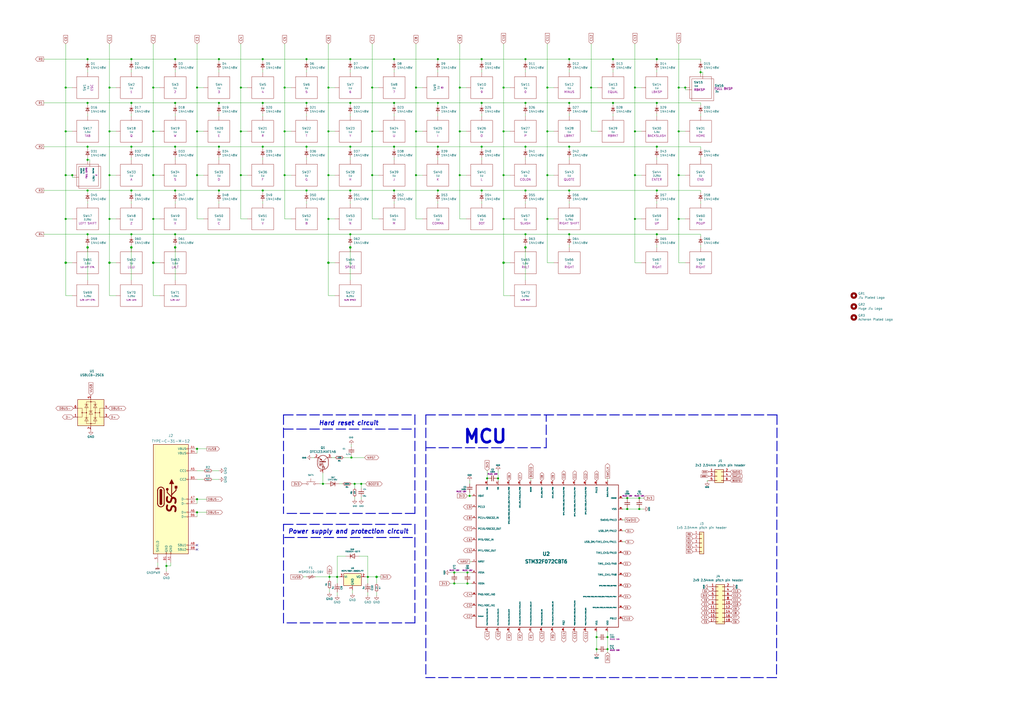
<source format=kicad_sch>
(kicad_sch (version 20201015) (generator eeschema)
  (paper "A2")
  (title_block (title "Jiu schematic") (date "2021-01-13") (rev "v1.1.3-c1") (company "Designed by Gondolindrim"))
  (junction (at 38.1 50.8) (diameter 1.016))
  (junction (at 38.1 76.2) (diameter 1.016))
  (junction (at 38.1 101.6) (diameter 1.016))
  (junction (at 38.1 127) (diameter 1.016))
  (junction (at 38.1 152.4) (diameter 1.2192))
  (junction (at 41.91 101.6) (diameter 1.016))
  (junction (at 50.8 34.29) (diameter 1.016))
  (junction (at 50.8 59.69) (diameter 1.016))
  (junction (at 50.8 85.09) (diameter 1.016))
  (junction (at 50.8 92.71) (diameter 1.016))
  (junction (at 50.8 110.49) (diameter 1.016))
  (junction (at 50.8 135.89) (diameter 1.016))
  (junction (at 50.8 143.51) (diameter 1.2192))
  (junction (at 63.5 50.8) (diameter 1.016))
  (junction (at 63.5 76.2) (diameter 1.016))
  (junction (at 63.5 101.6) (diameter 1.016))
  (junction (at 63.5 127) (diameter 1.016))
  (junction (at 63.5 152.4) (diameter 1.2192))
  (junction (at 76.2 34.29) (diameter 1.016))
  (junction (at 76.2 59.69) (diameter 1.016))
  (junction (at 76.2 85.09) (diameter 1.016))
  (junction (at 76.2 110.49) (diameter 1.016))
  (junction (at 76.2 135.89) (diameter 1.016))
  (junction (at 76.2 143.51) (diameter 1.2192))
  (junction (at 88.9 50.8) (diameter 1.016))
  (junction (at 88.9 76.2) (diameter 1.016))
  (junction (at 88.9 101.6) (diameter 1.016))
  (junction (at 88.9 127) (diameter 1.016))
  (junction (at 88.9 152.4) (diameter 1.2192))
  (junction (at 96.52 328.295) (diameter 1.016))
  (junction (at 101.6 34.29) (diameter 1.016))
  (junction (at 101.6 59.69) (diameter 1.016))
  (junction (at 101.6 85.09) (diameter 1.016))
  (junction (at 101.6 110.49) (diameter 1.016))
  (junction (at 101.6 135.89) (diameter 1.016))
  (junction (at 101.6 143.51) (diameter 1.2192))
  (junction (at 114.3 50.8) (diameter 1.016))
  (junction (at 114.3 76.2) (diameter 1.016))
  (junction (at 114.3 101.6) (diameter 1.016))
  (junction (at 114.3 260.35) (diameter 1.016))
  (junction (at 114.3 289.56) (diameter 1.016))
  (junction (at 114.3 297.18) (diameter 1.016))
  (junction (at 127 34.29) (diameter 1.016))
  (junction (at 127 59.69) (diameter 1.016))
  (junction (at 127 85.09) (diameter 1.016))
  (junction (at 127 110.49) (diameter 1.016))
  (junction (at 139.7 50.8) (diameter 1.016))
  (junction (at 139.7 76.2) (diameter 1.016))
  (junction (at 139.7 101.6) (diameter 1.016))
  (junction (at 152.4 34.29) (diameter 1.016))
  (junction (at 152.4 59.69) (diameter 1.016))
  (junction (at 152.4 85.09) (diameter 1.016))
  (junction (at 152.4 110.49) (diameter 1.016))
  (junction (at 165.1 50.8) (diameter 1.016))
  (junction (at 165.1 76.2) (diameter 1.016))
  (junction (at 165.1 101.6) (diameter 1.016))
  (junction (at 177.8 34.29) (diameter 1.016))
  (junction (at 177.8 59.69) (diameter 1.016))
  (junction (at 177.8 85.09) (diameter 1.016))
  (junction (at 177.8 110.49) (diameter 1.016))
  (junction (at 187.325 280.67) (diameter 1.016))
  (junction (at 190.5 50.8) (diameter 1.016))
  (junction (at 190.5 76.2) (diameter 1.016))
  (junction (at 190.5 101.6) (diameter 1.016))
  (junction (at 190.5 127) (diameter 1.016))
  (junction (at 190.5 152.4) (diameter 1.2192))
  (junction (at 191.135 334.645) (diameter 1.016))
  (junction (at 195.58 334.645) (diameter 1.016))
  (junction (at 203.2 34.29) (diameter 1.016))
  (junction (at 203.2 59.69) (diameter 1.016))
  (junction (at 203.2 85.09) (diameter 1.016))
  (junction (at 203.2 110.49) (diameter 1.016))
  (junction (at 203.2 135.89) (diameter 1.016))
  (junction (at 203.2 143.51) (diameter 1.2192))
  (junction (at 203.835 265.43) (diameter 1.016))
  (junction (at 205.74 280.67) (diameter 1.016))
  (junction (at 209.55 280.67) (diameter 1.016))
  (junction (at 213.36 334.645) (diameter 1.016))
  (junction (at 215.9 50.8) (diameter 1.016))
  (junction (at 215.9 76.2) (diameter 1.016))
  (junction (at 215.9 101.6) (diameter 1.016))
  (junction (at 218.44 334.645) (diameter 1.2192))
  (junction (at 228.6 34.29) (diameter 1.016))
  (junction (at 228.6 59.69) (diameter 1.016))
  (junction (at 228.6 85.09) (diameter 1.016))
  (junction (at 228.6 110.49) (diameter 1.016))
  (junction (at 241.3 50.8) (diameter 1.016))
  (junction (at 241.3 76.2) (diameter 1.016))
  (junction (at 241.3 101.6) (diameter 1.016))
  (junction (at 254 34.29) (diameter 1.016))
  (junction (at 254 59.69) (diameter 1.016))
  (junction (at 254 85.09) (diameter 1.016))
  (junction (at 254 110.49) (diameter 1.016))
  (junction (at 263.525 332.105) (diameter 1.016))
  (junction (at 263.525 338.455) (diameter 1.016))
  (junction (at 266.7 50.8) (diameter 1.016))
  (junction (at 266.7 76.2) (diameter 1.016))
  (junction (at 266.7 101.6) (diameter 1.016))
  (junction (at 271.145 332.105) (diameter 1.016))
  (junction (at 271.145 338.455) (diameter 1.016))
  (junction (at 272.415 287.655) (diameter 1.016))
  (junction (at 279.4 34.29) (diameter 1.016))
  (junction (at 279.4 59.69) (diameter 1.016))
  (junction (at 279.4 85.09) (diameter 1.016))
  (junction (at 279.4 110.49) (diameter 1.016))
  (junction (at 282.575 277.495) (diameter 1.016))
  (junction (at 288.925 277.495) (diameter 1.016))
  (junction (at 292.1 50.8) (diameter 1.016))
  (junction (at 292.1 76.2) (diameter 1.016))
  (junction (at 292.1 101.6) (diameter 1.016))
  (junction (at 292.1 127) (diameter 1.016))
  (junction (at 292.1 152.4) (diameter 1.2192))
  (junction (at 304.8 34.29) (diameter 1.016))
  (junction (at 304.8 59.69) (diameter 1.016))
  (junction (at 304.8 85.09) (diameter 1.016))
  (junction (at 304.8 110.49) (diameter 1.016))
  (junction (at 304.8 135.89) (diameter 1.016))
  (junction (at 304.8 143.51) (diameter 1.2192))
  (junction (at 317.5 50.8) (diameter 1.016))
  (junction (at 317.5 76.2) (diameter 1.016))
  (junction (at 317.5 101.6) (diameter 1.016))
  (junction (at 317.5 127) (diameter 1.016))
  (junction (at 330.2 34.29) (diameter 1.016))
  (junction (at 330.2 59.69) (diameter 1.016))
  (junction (at 330.2 85.09) (diameter 1.016))
  (junction (at 330.2 110.49) (diameter 1.016))
  (junction (at 330.2 135.89) (diameter 1.016))
  (junction (at 342.9 50.8) (diameter 1.016))
  (junction (at 346.075 369.57) (diameter 1.016))
  (junction (at 346.075 376.555) (diameter 1.016))
  (junction (at 352.425 369.57) (diameter 1.016))
  (junction (at 352.425 376.555) (diameter 1.016))
  (junction (at 355.6 34.29) (diameter 1.016))
  (junction (at 355.6 59.69) (diameter 1.016))
  (junction (at 363.855 288.925) (diameter 1.016))
  (junction (at 363.855 295.275) (diameter 1.016))
  (junction (at 368.3 50.8) (diameter 1.016))
  (junction (at 368.3 76.2) (diameter 1.016))
  (junction (at 368.3 101.6) (diameter 1.016))
  (junction (at 368.3 127) (diameter 1.016))
  (junction (at 370.84 288.925) (diameter 1.016))
  (junction (at 370.84 295.275) (diameter 1.016))
  (junction (at 381 34.29) (diameter 1.016))
  (junction (at 381 59.69) (diameter 1.016))
  (junction (at 381 85.09) (diameter 1.016))
  (junction (at 381 110.49) (diameter 1.016))
  (junction (at 381 135.89) (diameter 1.016))
  (junction (at 393.7 50.8) (diameter 1.016))
  (junction (at 393.7 76.2) (diameter 1.016))
  (junction (at 393.7 101.6) (diameter 1.016))
  (junction (at 393.7 127) (diameter 1.016))
  (junction (at 397.51 50.8) (diameter 1.016))
  (junction (at 406.4 41.91) (diameter 1.016))
  (no_connect (at 114.3 316.23))
  (no_connect (at 114.3 318.77))
  (wire (pts (xy 25.4 34.29) (xy 50.8 34.29)))
  (wire (pts (xy 25.4 59.69) (xy 50.8 59.69)))
  (wire (pts (xy 25.4 85.09) (xy 50.8 85.09)))
  (wire (pts (xy 25.4 110.49) (xy 50.8 110.49)))
  (wire (pts (xy 25.4 135.89) (xy 50.8 135.89)))
  (wire (pts (xy 38.1 25.4) (xy 38.1 50.8)))
  (wire (pts (xy 38.1 50.8) (xy 38.1 76.2)))
  (wire (pts (xy 38.1 50.8) (xy 41.91 50.8)))
  (wire (pts (xy 38.1 76.2) (xy 38.1 101.6)))
  (wire (pts (xy 38.1 101.6) (xy 38.1 127)))
  (wire (pts (xy 38.1 127) (xy 38.1 152.4)))
  (wire (pts (xy 38.1 152.4) (xy 38.1 171.45)))
  (wire (pts (xy 38.1 171.45) (xy 41.91 171.45)))
  (wire (pts (xy 41.91 76.2) (xy 38.1 76.2)))
  (wire (pts (xy 41.91 101.6) (xy 38.1 101.6)))
  (wire (pts (xy 41.91 102.87) (xy 41.91 101.6)))
  (wire (pts (xy 41.91 127) (xy 38.1 127)))
  (wire (pts (xy 41.91 152.4) (xy 38.1 152.4)))
  (wire (pts (xy 43.18 102.87) (xy 41.91 102.87)))
  (wire (pts (xy 50.8 34.29) (xy 76.2 34.29)))
  (wire (pts (xy 50.8 35.56) (xy 50.8 34.29)))
  (wire (pts (xy 50.8 40.64) (xy 50.8 41.91)))
  (wire (pts (xy 50.8 59.69) (xy 76.2 59.69)))
  (wire (pts (xy 50.8 60.96) (xy 50.8 59.69)))
  (wire (pts (xy 50.8 66.04) (xy 50.8 67.31)))
  (wire (pts (xy 50.8 85.09) (xy 76.2 85.09)))
  (wire (pts (xy 50.8 86.36) (xy 50.8 85.09)))
  (wire (pts (xy 50.8 91.44) (xy 50.8 92.71)))
  (wire (pts (xy 50.8 110.49) (xy 76.2 110.49)))
  (wire (pts (xy 50.8 111.76) (xy 50.8 110.49)))
  (wire (pts (xy 50.8 116.84) (xy 50.8 118.11)))
  (wire (pts (xy 50.8 135.89) (xy 76.2 135.89)))
  (wire (pts (xy 50.8 137.16) (xy 50.8 135.89)))
  (wire (pts (xy 50.8 142.24) (xy 50.8 143.51)))
  (wire (pts (xy 50.8 143.51) (xy 50.8 162.56)))
  (wire (pts (xy 52.07 92.71) (xy 50.8 92.71)))
  (wire (pts (xy 52.07 93.98) (xy 52.07 92.71)))
  (wire (pts (xy 63.5 25.4) (xy 63.5 50.8)))
  (wire (pts (xy 63.5 50.8) (xy 63.5 76.2)))
  (wire (pts (xy 63.5 50.8) (xy 67.31 50.8)))
  (wire (pts (xy 63.5 76.2) (xy 63.5 101.6)))
  (wire (pts (xy 63.5 101.6) (xy 63.5 127)))
  (wire (pts (xy 63.5 127) (xy 63.5 152.4)))
  (wire (pts (xy 63.5 152.4) (xy 63.5 171.45)))
  (wire (pts (xy 63.5 171.45) (xy 67.31 171.45)))
  (wire (pts (xy 67.31 76.2) (xy 63.5 76.2)))
  (wire (pts (xy 67.31 101.6) (xy 63.5 101.6)))
  (wire (pts (xy 67.31 127) (xy 63.5 127)))
  (wire (pts (xy 67.31 152.4) (xy 63.5 152.4)))
  (wire (pts (xy 76.2 34.29) (xy 76.2 35.56)))
  (wire (pts (xy 76.2 34.29) (xy 101.6 34.29)))
  (wire (pts (xy 76.2 40.64) (xy 76.2 41.91)))
  (wire (pts (xy 76.2 59.69) (xy 76.2 60.96)))
  (wire (pts (xy 76.2 59.69) (xy 101.6 59.69)))
  (wire (pts (xy 76.2 66.04) (xy 76.2 67.31)))
  (wire (pts (xy 76.2 85.09) (xy 76.2 86.36)))
  (wire (pts (xy 76.2 85.09) (xy 101.6 85.09)))
  (wire (pts (xy 76.2 91.44) (xy 76.2 92.71)))
  (wire (pts (xy 76.2 110.49) (xy 76.2 111.76)))
  (wire (pts (xy 76.2 110.49) (xy 101.6 110.49)))
  (wire (pts (xy 76.2 116.84) (xy 76.2 118.11)))
  (wire (pts (xy 76.2 135.89) (xy 76.2 137.16)))
  (wire (pts (xy 76.2 135.89) (xy 101.6 135.89)))
  (wire (pts (xy 76.2 142.24) (xy 76.2 143.51)))
  (wire (pts (xy 76.2 143.51) (xy 76.2 162.56)))
  (wire (pts (xy 88.9 25.4) (xy 88.9 50.8)))
  (wire (pts (xy 88.9 50.8) (xy 88.9 76.2)))
  (wire (pts (xy 88.9 50.8) (xy 92.71 50.8)))
  (wire (pts (xy 88.9 76.2) (xy 88.9 101.6)))
  (wire (pts (xy 88.9 101.6) (xy 88.9 127)))
  (wire (pts (xy 88.9 127) (xy 88.9 152.4)))
  (wire (pts (xy 88.9 152.4) (xy 88.9 171.45)))
  (wire (pts (xy 88.9 171.45) (xy 92.71 171.45)))
  (wire (pts (xy 91.44 326.39) (xy 91.44 328.295)))
  (wire (pts (xy 92.71 76.2) (xy 88.9 76.2)))
  (wire (pts (xy 92.71 101.6) (xy 88.9 101.6)))
  (wire (pts (xy 92.71 127) (xy 88.9 127)))
  (wire (pts (xy 92.71 152.4) (xy 88.9 152.4)))
  (wire (pts (xy 96.52 326.39) (xy 96.52 328.295)))
  (wire (pts (xy 96.52 328.295) (xy 96.52 331.47)))
  (wire (pts (xy 99.06 326.39) (xy 99.06 328.295)))
  (wire (pts (xy 99.06 328.295) (xy 96.52 328.295)))
  (wire (pts (xy 101.6 34.29) (xy 101.6 35.56)))
  (wire (pts (xy 101.6 34.29) (xy 127 34.29)))
  (wire (pts (xy 101.6 40.64) (xy 101.6 41.91)))
  (wire (pts (xy 101.6 59.69) (xy 101.6 60.96)))
  (wire (pts (xy 101.6 59.69) (xy 127 59.69)))
  (wire (pts (xy 101.6 66.04) (xy 101.6 67.31)))
  (wire (pts (xy 101.6 85.09) (xy 101.6 86.36)))
  (wire (pts (xy 101.6 85.09) (xy 127 85.09)))
  (wire (pts (xy 101.6 91.44) (xy 101.6 92.71)))
  (wire (pts (xy 101.6 110.49) (xy 101.6 111.76)))
  (wire (pts (xy 101.6 110.49) (xy 127 110.49)))
  (wire (pts (xy 101.6 116.84) (xy 101.6 118.11)))
  (wire (pts (xy 101.6 135.89) (xy 101.6 137.16)))
  (wire (pts (xy 101.6 135.89) (xy 203.2 135.89)))
  (wire (pts (xy 101.6 142.24) (xy 101.6 143.51)))
  (wire (pts (xy 101.6 143.51) (xy 101.6 162.56)))
  (wire (pts (xy 114.3 25.4) (xy 114.3 50.8)))
  (wire (pts (xy 114.3 50.8) (xy 114.3 76.2)))
  (wire (pts (xy 114.3 50.8) (xy 118.11 50.8)))
  (wire (pts (xy 114.3 76.2) (xy 114.3 101.6)))
  (wire (pts (xy 114.3 101.6) (xy 114.3 127)))
  (wire (pts (xy 114.3 260.35) (xy 114.3 262.89)))
  (wire (pts (xy 114.3 260.35) (xy 120.015 260.35)))
  (wire (pts (xy 114.3 273.05) (xy 118.11 273.05)))
  (wire (pts (xy 114.3 278.13) (xy 118.11 278.13)))
  (wire (pts (xy 114.3 289.56) (xy 114.3 292.1)))
  (wire (pts (xy 114.3 289.56) (xy 120.015 289.56)))
  (wire (pts (xy 114.3 297.18) (xy 114.3 299.72)))
  (wire (pts (xy 114.3 297.18) (xy 120.015 297.18)))
  (wire (pts (xy 118.11 76.2) (xy 114.3 76.2)))
  (wire (pts (xy 118.11 101.6) (xy 114.3 101.6)))
  (wire (pts (xy 118.11 127) (xy 114.3 127)))
  (wire (pts (xy 123.19 273.05) (xy 127 273.05)))
  (wire (pts (xy 123.19 278.13) (xy 127 278.13)))
  (wire (pts (xy 127 34.29) (xy 127 35.56)))
  (wire (pts (xy 127 34.29) (xy 152.4 34.29)))
  (wire (pts (xy 127 40.64) (xy 127 41.91)))
  (wire (pts (xy 127 59.69) (xy 127 60.96)))
  (wire (pts (xy 127 59.69) (xy 152.4 59.69)))
  (wire (pts (xy 127 66.04) (xy 127 67.31)))
  (wire (pts (xy 127 85.09) (xy 127 86.36)))
  (wire (pts (xy 127 85.09) (xy 152.4 85.09)))
  (wire (pts (xy 127 91.44) (xy 127 92.71)))
  (wire (pts (xy 127 110.49) (xy 127 111.76)))
  (wire (pts (xy 127 110.49) (xy 152.4 110.49)))
  (wire (pts (xy 127 116.84) (xy 127 118.11)))
  (wire (pts (xy 139.7 25.4) (xy 139.7 50.8)))
  (wire (pts (xy 139.7 50.8) (xy 139.7 76.2)))
  (wire (pts (xy 139.7 50.8) (xy 143.51 50.8)))
  (wire (pts (xy 139.7 76.2) (xy 139.7 101.6)))
  (wire (pts (xy 139.7 101.6) (xy 139.7 127)))
  (wire (pts (xy 143.51 76.2) (xy 139.7 76.2)))
  (wire (pts (xy 143.51 101.6) (xy 139.7 101.6)))
  (wire (pts (xy 143.51 127) (xy 139.7 127)))
  (wire (pts (xy 152.4 34.29) (xy 177.8 34.29)))
  (wire (pts (xy 152.4 35.56) (xy 152.4 34.29)))
  (wire (pts (xy 152.4 40.64) (xy 152.4 41.91)))
  (wire (pts (xy 152.4 59.69) (xy 177.8 59.69)))
  (wire (pts (xy 152.4 60.96) (xy 152.4 59.69)))
  (wire (pts (xy 152.4 66.04) (xy 152.4 67.31)))
  (wire (pts (xy 152.4 85.09) (xy 177.8 85.09)))
  (wire (pts (xy 152.4 86.36) (xy 152.4 85.09)))
  (wire (pts (xy 152.4 91.44) (xy 152.4 92.71)))
  (wire (pts (xy 152.4 110.49) (xy 177.8 110.49)))
  (wire (pts (xy 152.4 111.76) (xy 152.4 110.49)))
  (wire (pts (xy 152.4 116.84) (xy 152.4 118.11)))
  (wire (pts (xy 165.1 25.4) (xy 165.1 50.8)))
  (wire (pts (xy 165.1 50.8) (xy 165.1 76.2)))
  (wire (pts (xy 165.1 50.8) (xy 168.91 50.8)))
  (wire (pts (xy 165.1 76.2) (xy 165.1 101.6)))
  (wire (pts (xy 165.1 101.6) (xy 165.1 127)))
  (wire (pts (xy 168.91 76.2) (xy 165.1 76.2)))
  (wire (pts (xy 168.91 101.6) (xy 165.1 101.6)))
  (wire (pts (xy 168.91 127) (xy 165.1 127)))
  (wire (pts (xy 175.895 334.645) (xy 177.8 334.645)))
  (wire (pts (xy 177.8 34.29) (xy 177.8 35.56)))
  (wire (pts (xy 177.8 34.29) (xy 203.2 34.29)))
  (wire (pts (xy 177.8 40.64) (xy 177.8 41.91)))
  (wire (pts (xy 177.8 59.69) (xy 177.8 60.96)))
  (wire (pts (xy 177.8 59.69) (xy 203.2 59.69)))
  (wire (pts (xy 177.8 66.04) (xy 177.8 67.31)))
  (wire (pts (xy 177.8 85.09) (xy 177.8 86.36)))
  (wire (pts (xy 177.8 85.09) (xy 203.2 85.09)))
  (wire (pts (xy 177.8 91.44) (xy 177.8 92.71)))
  (wire (pts (xy 177.8 110.49) (xy 177.8 111.76)))
  (wire (pts (xy 177.8 110.49) (xy 203.2 110.49)))
  (wire (pts (xy 177.8 116.84) (xy 177.8 118.11)))
  (wire (pts (xy 180.975 265.43) (xy 182.245 265.43)))
  (wire (pts (xy 182.88 334.645) (xy 191.135 334.645)))
  (wire (pts (xy 185.42 280.67) (xy 187.325 280.67)))
  (wire (pts (xy 187.325 274.32) (xy 187.325 280.67)))
  (wire (pts (xy 187.325 280.67) (xy 189.23 280.67)))
  (wire (pts (xy 190.5 25.4) (xy 190.5 50.8)))
  (wire (pts (xy 190.5 50.8) (xy 190.5 76.2)))
  (wire (pts (xy 190.5 50.8) (xy 194.31 50.8)))
  (wire (pts (xy 190.5 76.2) (xy 190.5 101.6)))
  (wire (pts (xy 190.5 101.6) (xy 190.5 127)))
  (wire (pts (xy 190.5 127) (xy 190.5 152.4)))
  (wire (pts (xy 190.5 152.4) (xy 190.5 171.45)))
  (wire (pts (xy 190.5 171.45) (xy 194.31 171.45)))
  (wire (pts (xy 191.135 332.74) (xy 191.135 334.645)))
  (wire (pts (xy 191.135 334.645) (xy 191.135 336.55)))
  (wire (pts (xy 191.135 334.645) (xy 195.58 334.645)))
  (wire (pts (xy 191.135 341.63) (xy 191.135 343.535)))
  (wire (pts (xy 192.405 265.43) (xy 194.31 265.43)))
  (wire (pts (xy 194.31 76.2) (xy 190.5 76.2)))
  (wire (pts (xy 194.31 101.6) (xy 190.5 101.6)))
  (wire (pts (xy 194.31 127) (xy 190.5 127)))
  (wire (pts (xy 194.31 152.4) (xy 190.5 152.4)))
  (wire (pts (xy 195.58 322.58) (xy 200.66 322.58)))
  (wire (pts (xy 195.58 334.645) (xy 195.58 322.58)))
  (wire (pts (xy 195.58 334.645) (xy 195.58 338.455)))
  (wire (pts (xy 195.58 343.535) (xy 195.58 345.44)))
  (wire (pts (xy 196.85 280.67) (xy 198.755 280.67)))
  (wire (pts (xy 196.85 334.645) (xy 195.58 334.645)))
  (wire (pts (xy 199.39 265.43) (xy 203.835 265.43)))
  (wire (pts (xy 203.2 34.29) (xy 203.2 35.56)))
  (wire (pts (xy 203.2 34.29) (xy 228.6 34.29)))
  (wire (pts (xy 203.2 40.64) (xy 203.2 41.91)))
  (wire (pts (xy 203.2 59.69) (xy 203.2 60.96)))
  (wire (pts (xy 203.2 59.69) (xy 228.6 59.69)))
  (wire (pts (xy 203.2 66.04) (xy 203.2 67.31)))
  (wire (pts (xy 203.2 85.09) (xy 203.2 86.36)))
  (wire (pts (xy 203.2 85.09) (xy 228.6 85.09)))
  (wire (pts (xy 203.2 91.44) (xy 203.2 92.71)))
  (wire (pts (xy 203.2 110.49) (xy 203.2 111.76)))
  (wire (pts (xy 203.2 110.49) (xy 228.6 110.49)))
  (wire (pts (xy 203.2 116.84) (xy 203.2 118.11)))
  (wire (pts (xy 203.2 135.89) (xy 203.2 137.16)))
  (wire (pts (xy 203.2 135.89) (xy 304.8 135.89)))
  (wire (pts (xy 203.2 142.24) (xy 203.2 143.51)))
  (wire (pts (xy 203.2 143.51) (xy 203.2 162.56)))
  (wire (pts (xy 203.835 259.08) (xy 203.835 257.81)))
  (wire (pts (xy 203.835 264.16) (xy 203.835 265.43)))
  (wire (pts (xy 203.835 265.43) (xy 211.455 265.43)))
  (wire (pts (xy 203.835 280.67) (xy 205.74 280.67)))
  (wire (pts (xy 204.47 342.265) (xy 204.47 344.17)))
  (wire (pts (xy 205.74 280.67) (xy 205.74 283.21)))
  (wire (pts (xy 205.74 280.67) (xy 209.55 280.67)))
  (wire (pts (xy 205.74 289.56) (xy 205.74 288.29)))
  (wire (pts (xy 208.28 322.58) (xy 213.36 322.58)))
  (wire (pts (xy 209.55 280.67) (xy 209.55 283.21)))
  (wire (pts (xy 209.55 280.67) (xy 212.09 280.67)))
  (wire (pts (xy 209.55 289.56) (xy 209.55 288.29)))
  (wire (pts (xy 212.09 334.645) (xy 213.36 334.645)))
  (wire (pts (xy 213.36 334.645) (xy 213.36 322.58)))
  (wire (pts (xy 213.36 334.645) (xy 213.36 338.455)))
  (wire (pts (xy 213.36 334.645) (xy 218.44 334.645)))
  (wire (pts (xy 213.36 343.535) (xy 213.36 345.44)))
  (wire (pts (xy 215.9 25.4) (xy 215.9 50.8)))
  (wire (pts (xy 215.9 50.8) (xy 215.9 76.2)))
  (wire (pts (xy 215.9 50.8) (xy 219.71 50.8)))
  (wire (pts (xy 215.9 76.2) (xy 215.9 101.6)))
  (wire (pts (xy 215.9 101.6) (xy 215.9 127)))
  (wire (pts (xy 218.44 334.645) (xy 218.44 338.455)))
  (wire (pts (xy 218.44 334.645) (xy 220.98 334.645)))
  (wire (pts (xy 218.44 343.535) (xy 218.44 345.44)))
  (wire (pts (xy 219.71 76.2) (xy 215.9 76.2)))
  (wire (pts (xy 219.71 101.6) (xy 215.9 101.6)))
  (wire (pts (xy 219.71 127) (xy 215.9 127)))
  (wire (pts (xy 228.6 34.29) (xy 228.6 35.56)))
  (wire (pts (xy 228.6 34.29) (xy 254 34.29)))
  (wire (pts (xy 228.6 40.64) (xy 228.6 41.91)))
  (wire (pts (xy 228.6 59.69) (xy 228.6 60.96)))
  (wire (pts (xy 228.6 59.69) (xy 254 59.69)))
  (wire (pts (xy 228.6 66.04) (xy 228.6 67.31)))
  (wire (pts (xy 228.6 85.09) (xy 228.6 86.36)))
  (wire (pts (xy 228.6 85.09) (xy 254 85.09)))
  (wire (pts (xy 228.6 91.44) (xy 228.6 92.71)))
  (wire (pts (xy 228.6 110.49) (xy 228.6 111.76)))
  (wire (pts (xy 228.6 110.49) (xy 254 110.49)))
  (wire (pts (xy 228.6 116.84) (xy 228.6 118.11)))
  (wire (pts (xy 241.3 25.4) (xy 241.3 50.8)))
  (wire (pts (xy 241.3 50.8) (xy 241.3 76.2)))
  (wire (pts (xy 241.3 50.8) (xy 245.11 50.8)))
  (wire (pts (xy 241.3 76.2) (xy 241.3 101.6)))
  (wire (pts (xy 241.3 101.6) (xy 241.3 127)))
  (wire (pts (xy 245.11 76.2) (xy 241.3 76.2)))
  (wire (pts (xy 245.11 101.6) (xy 241.3 101.6)))
  (wire (pts (xy 245.11 127) (xy 241.3 127)))
  (wire (pts (xy 254 34.29) (xy 254 35.56)))
  (wire (pts (xy 254 34.29) (xy 279.4 34.29)))
  (wire (pts (xy 254 40.64) (xy 254 41.91)))
  (wire (pts (xy 254 59.69) (xy 254 60.96)))
  (wire (pts (xy 254 59.69) (xy 279.4 59.69)))
  (wire (pts (xy 254 66.04) (xy 254 67.31)))
  (wire (pts (xy 254 85.09) (xy 254 86.36)))
  (wire (pts (xy 254 85.09) (xy 279.4 85.09)))
  (wire (pts (xy 254 91.44) (xy 254 92.71)))
  (wire (pts (xy 254 110.49) (xy 254 111.76)))
  (wire (pts (xy 254 110.49) (xy 279.4 110.49)))
  (wire (pts (xy 254 116.84) (xy 254 118.11)))
  (wire (pts (xy 260.985 332.105) (xy 263.525 332.105)))
  (wire (pts (xy 260.985 338.455) (xy 263.525 338.455)))
  (wire (pts (xy 263.525 332.105) (xy 263.525 332.74)))
  (wire (pts (xy 263.525 332.105) (xy 271.145 332.105)))
  (wire (pts (xy 263.525 337.82) (xy 263.525 338.455)))
  (wire (pts (xy 263.525 338.455) (xy 271.145 338.455)))
  (wire (pts (xy 266.7 25.4) (xy 266.7 50.8)))
  (wire (pts (xy 266.7 50.8) (xy 266.7 76.2)))
  (wire (pts (xy 266.7 50.8) (xy 270.51 50.8)))
  (wire (pts (xy 266.7 76.2) (xy 266.7 101.6)))
  (wire (pts (xy 266.7 101.6) (xy 266.7 127)))
  (wire (pts (xy 270.51 76.2) (xy 266.7 76.2)))
  (wire (pts (xy 270.51 101.6) (xy 266.7 101.6)))
  (wire (pts (xy 270.51 127) (xy 266.7 127)))
  (wire (pts (xy 271.145 287.655) (xy 272.415 287.655)))
  (wire (pts (xy 271.145 332.105) (xy 271.145 332.74)))
  (wire (pts (xy 271.145 332.105) (xy 273.685 332.105)))
  (wire (pts (xy 271.145 337.82) (xy 271.145 338.455)))
  (wire (pts (xy 271.145 338.455) (xy 273.685 338.455)))
  (wire (pts (xy 272.415 278.765) (xy 272.415 280.67)))
  (wire (pts (xy 272.415 285.75) (xy 272.415 287.655)))
  (wire (pts (xy 272.415 287.655) (xy 273.685 287.655)))
  (wire (pts (xy 272.415 325.755) (xy 273.685 325.755)))
  (wire (pts (xy 279.4 34.29) (xy 279.4 35.56)))
  (wire (pts (xy 279.4 34.29) (xy 304.8 34.29)))
  (wire (pts (xy 279.4 40.64) (xy 279.4 41.91)))
  (wire (pts (xy 279.4 59.69) (xy 279.4 60.96)))
  (wire (pts (xy 279.4 59.69) (xy 304.8 59.69)))
  (wire (pts (xy 279.4 66.04) (xy 279.4 67.31)))
  (wire (pts (xy 279.4 85.09) (xy 279.4 86.36)))
  (wire (pts (xy 279.4 85.09) (xy 304.8 85.09)))
  (wire (pts (xy 279.4 91.44) (xy 279.4 92.71)))
  (wire (pts (xy 279.4 110.49) (xy 279.4 111.76)))
  (wire (pts (xy 279.4 110.49) (xy 304.8 110.49)))
  (wire (pts (xy 279.4 116.84) (xy 279.4 118.11)))
  (wire (pts (xy 282.575 273.05) (xy 282.575 277.495)))
  (wire (pts (xy 282.575 277.495) (xy 282.575 278.765)))
  (wire (pts (xy 282.575 277.495) (xy 283.21 277.495)))
  (wire (pts (xy 288.29 277.495) (xy 288.925 277.495)))
  (wire (pts (xy 288.925 273.05) (xy 288.925 277.495)))
  (wire (pts (xy 288.925 277.495) (xy 288.925 278.765)))
  (wire (pts (xy 292.1 25.4) (xy 292.1 50.8)))
  (wire (pts (xy 292.1 50.8) (xy 292.1 76.2)))
  (wire (pts (xy 292.1 50.8) (xy 295.91 50.8)))
  (wire (pts (xy 292.1 76.2) (xy 292.1 101.6)))
  (wire (pts (xy 292.1 101.6) (xy 292.1 127)))
  (wire (pts (xy 292.1 127) (xy 292.1 152.4)))
  (wire (pts (xy 292.1 152.4) (xy 292.1 171.45)))
  (wire (pts (xy 292.1 171.45) (xy 295.91 171.45)))
  (wire (pts (xy 295.91 76.2) (xy 292.1 76.2)))
  (wire (pts (xy 295.91 101.6) (xy 292.1 101.6)))
  (wire (pts (xy 295.91 127) (xy 292.1 127)))
  (wire (pts (xy 295.91 152.4) (xy 292.1 152.4)))
  (wire (pts (xy 304.8 34.29) (xy 304.8 35.56)))
  (wire (pts (xy 304.8 34.29) (xy 330.2 34.29)))
  (wire (pts (xy 304.8 40.64) (xy 304.8 41.91)))
  (wire (pts (xy 304.8 59.69) (xy 304.8 60.96)))
  (wire (pts (xy 304.8 59.69) (xy 330.2 59.69)))
  (wire (pts (xy 304.8 66.04) (xy 304.8 67.31)))
  (wire (pts (xy 304.8 85.09) (xy 304.8 86.36)))
  (wire (pts (xy 304.8 85.09) (xy 330.2 85.09)))
  (wire (pts (xy 304.8 91.44) (xy 304.8 92.71)))
  (wire (pts (xy 304.8 110.49) (xy 304.8 111.76)))
  (wire (pts (xy 304.8 110.49) (xy 330.2 110.49)))
  (wire (pts (xy 304.8 116.84) (xy 304.8 118.11)))
  (wire (pts (xy 304.8 135.89) (xy 304.8 137.16)))
  (wire (pts (xy 304.8 135.89) (xy 330.2 135.89)))
  (wire (pts (xy 304.8 142.24) (xy 304.8 143.51)))
  (wire (pts (xy 304.8 143.51) (xy 304.8 162.56)))
  (wire (pts (xy 307.975 277.495) (xy 307.975 278.765)))
  (wire (pts (xy 317.5 25.4) (xy 317.5 50.8)))
  (wire (pts (xy 317.5 50.8) (xy 317.5 76.2)))
  (wire (pts (xy 317.5 50.8) (xy 321.31 50.8)))
  (wire (pts (xy 317.5 76.2) (xy 317.5 101.6)))
  (wire (pts (xy 317.5 101.6) (xy 317.5 127)))
  (wire (pts (xy 317.5 127) (xy 317.5 152.4)))
  (wire (pts (xy 317.5 127) (xy 321.31 127)))
  (wire (pts (xy 321.31 76.2) (xy 317.5 76.2)))
  (wire (pts (xy 321.31 101.6) (xy 317.5 101.6)))
  (wire (pts (xy 321.31 152.4) (xy 317.5 152.4)))
  (wire (pts (xy 330.2 34.29) (xy 330.2 35.56)))
  (wire (pts (xy 330.2 34.29) (xy 355.6 34.29)))
  (wire (pts (xy 330.2 40.64) (xy 330.2 41.91)))
  (wire (pts (xy 330.2 59.69) (xy 330.2 60.96)))
  (wire (pts (xy 330.2 59.69) (xy 355.6 59.69)))
  (wire (pts (xy 330.2 66.04) (xy 330.2 67.31)))
  (wire (pts (xy 330.2 85.09) (xy 330.2 86.36)))
  (wire (pts (xy 330.2 85.09) (xy 381 85.09)))
  (wire (pts (xy 330.2 91.44) (xy 330.2 92.71)))
  (wire (pts (xy 330.2 110.49) (xy 330.2 111.76)))
  (wire (pts (xy 330.2 110.49) (xy 381 110.49)))
  (wire (pts (xy 330.2 116.84) (xy 330.2 118.11)))
  (wire (pts (xy 330.2 135.89) (xy 330.2 137.16)))
  (wire (pts (xy 330.2 135.89) (xy 381 135.89)))
  (wire (pts (xy 330.2 142.24) (xy 330.2 143.51)))
  (wire (pts (xy 342.9 25.4) (xy 342.9 50.8)))
  (wire (pts (xy 342.9 50.8) (xy 342.9 76.2)))
  (wire (pts (xy 342.9 50.8) (xy 346.71 50.8)))
  (wire (pts (xy 346.075 366.395) (xy 346.075 369.57)))
  (wire (pts (xy 346.075 369.57) (xy 346.075 376.555)))
  (wire (pts (xy 346.075 369.57) (xy 346.71 369.57)))
  (wire (pts (xy 346.075 376.555) (xy 346.075 378.46)))
  (wire (pts (xy 346.075 376.555) (xy 346.71 376.555)))
  (wire (pts (xy 346.71 76.2) (xy 342.9 76.2)))
  (wire (pts (xy 351.79 369.57) (xy 352.425 369.57)))
  (wire (pts (xy 351.79 376.555) (xy 352.425 376.555)))
  (wire (pts (xy 352.425 277.495) (xy 352.425 278.765)))
  (wire (pts (xy 352.425 366.395) (xy 352.425 369.57)))
  (wire (pts (xy 352.425 369.57) (xy 352.425 376.555)))
  (wire (pts (xy 352.425 376.555) (xy 352.425 378.46)))
  (wire (pts (xy 355.6 34.29) (xy 381 34.29)))
  (wire (pts (xy 355.6 35.56) (xy 355.6 34.29)))
  (wire (pts (xy 355.6 40.64) (xy 355.6 41.91)))
  (wire (pts (xy 355.6 59.69) (xy 381 59.69)))
  (wire (pts (xy 355.6 60.96) (xy 355.6 59.69)))
  (wire (pts (xy 355.6 66.04) (xy 355.6 67.31)))
  (wire (pts (xy 361.315 288.925) (xy 363.855 288.925)))
  (wire (pts (xy 361.315 295.275) (xy 363.855 295.275)))
  (wire (pts (xy 361.315 301.625) (xy 362.585 301.625)))
  (wire (pts (xy 361.315 307.975) (xy 362.585 307.975)))
  (wire (pts (xy 361.315 314.325) (xy 362.585 314.325)))
  (wire (pts (xy 363.855 288.925) (xy 363.855 289.56)))
  (wire (pts (xy 363.855 288.925) (xy 370.84 288.925)))
  (wire (pts (xy 363.855 294.64) (xy 363.855 295.275)))
  (wire (pts (xy 363.855 295.275) (xy 370.84 295.275)))
  (wire (pts (xy 368.3 25.4) (xy 368.3 50.8)))
  (wire (pts (xy 368.3 50.8) (xy 368.3 76.2)))
  (wire (pts (xy 368.3 50.8) (xy 372.11 50.8)))
  (wire (pts (xy 368.3 76.2) (xy 368.3 101.6)))
  (wire (pts (xy 368.3 101.6) (xy 368.3 127)))
  (wire (pts (xy 368.3 127) (xy 368.3 152.4)))
  (wire (pts (xy 370.84 288.925) (xy 370.84 289.56)))
  (wire (pts (xy 370.84 288.925) (xy 373.38 288.925)))
  (wire (pts (xy 370.84 294.64) (xy 370.84 295.275)))
  (wire (pts (xy 370.84 295.275) (xy 373.38 295.275)))
  (wire (pts (xy 372.11 76.2) (xy 368.3 76.2)))
  (wire (pts (xy 372.11 101.6) (xy 368.3 101.6)))
  (wire (pts (xy 372.11 127) (xy 368.3 127)))
  (wire (pts (xy 372.11 152.4) (xy 368.3 152.4)))
  (wire (pts (xy 381 34.29) (xy 381 35.56)))
  (wire (pts (xy 381 34.29) (xy 406.4 34.29)))
  (wire (pts (xy 381 40.64) (xy 381 41.91)))
  (wire (pts (xy 381 59.69) (xy 381 60.96)))
  (wire (pts (xy 381 59.69) (xy 406.4 59.69)))
  (wire (pts (xy 381 66.04) (xy 381 67.31)))
  (wire (pts (xy 381 85.09) (xy 406.4 85.09)))
  (wire (pts (xy 381 86.36) (xy 381 85.09)))
  (wire (pts (xy 381 91.44) (xy 381 92.71)))
  (wire (pts (xy 381 110.49) (xy 381 111.76)))
  (wire (pts (xy 381 110.49) (xy 406.4 110.49)))
  (wire (pts (xy 381 116.84) (xy 381 118.11)))
  (wire (pts (xy 381 135.89) (xy 381 137.16)))
  (wire (pts (xy 381 135.89) (xy 406.4 135.89)))
  (wire (pts (xy 381 142.24) (xy 381 143.51)))
  (wire (pts (xy 393.7 25.4) (xy 393.7 50.8)))
  (wire (pts (xy 393.7 50.8) (xy 393.7 76.2)))
  (wire (pts (xy 393.7 50.8) (xy 397.51 50.8)))
  (wire (pts (xy 393.7 76.2) (xy 393.7 101.6)))
  (wire (pts (xy 393.7 101.6) (xy 393.7 127)))
  (wire (pts (xy 393.7 127) (xy 393.7 152.4)))
  (wire (pts (xy 397.51 50.8) (xy 397.51 52.07)))
  (wire (pts (xy 397.51 52.07) (xy 398.78 52.07)))
  (wire (pts (xy 397.51 76.2) (xy 393.7 76.2)))
  (wire (pts (xy 397.51 101.6) (xy 393.7 101.6)))
  (wire (pts (xy 397.51 127) (xy 393.7 127)))
  (wire (pts (xy 397.51 152.4) (xy 393.7 152.4)))
  (wire (pts (xy 406.4 34.29) (xy 406.4 35.56)))
  (wire (pts (xy 406.4 40.64) (xy 406.4 41.91)))
  (wire (pts (xy 406.4 59.69) (xy 406.4 60.96)))
  (wire (pts (xy 406.4 66.04) (xy 406.4 67.31)))
  (wire (pts (xy 406.4 85.09) (xy 406.4 86.36)))
  (wire (pts (xy 406.4 91.44) (xy 406.4 92.71)))
  (wire (pts (xy 406.4 110.49) (xy 406.4 111.76)))
  (wire (pts (xy 406.4 116.84) (xy 406.4 118.11)))
  (wire (pts (xy 406.4 135.89) (xy 406.4 137.16)))
  (wire (pts (xy 406.4 142.24) (xy 406.4 143.51)))
  (wire (pts (xy 407.67 41.91) (xy 406.4 41.91)))
  (wire (pts (xy 407.67 43.18) (xy 407.67 41.91)))
  (wire (pts (xy 410.21 278.765) (xy 410.845 278.765)))
  (wire (pts (xy 410.21 279.4) (xy 410.21 278.765)))
  (polyline (pts (xy 164.465 240.665) (xy 164.465 297.815)) (stroke (width 0.508) (type dash)))
  (polyline (pts (xy 164.465 240.665) (xy 240.665 240.665)) (stroke (width 0.508) (type dash)))
  (polyline (pts (xy 164.465 248.92) (xy 240.665 248.92)) (stroke (width 0.508) (type dash)))
  (polyline (pts (xy 164.465 304.165) (xy 240.665 304.165)) (stroke (width 0.508) (type dash)))
  (polyline (pts (xy 164.465 361.315) (xy 164.465 304.165)) (stroke (width 0.508) (type dash)))
  (polyline (pts (xy 165.1 311.785) (xy 240.665 311.785)) (stroke (width 0.508) (type dash)))
  (polyline (pts (xy 240.665 240.665) (xy 240.665 297.815)) (stroke (width 0.508) (type dash)))
  (polyline (pts (xy 240.665 297.815) (xy 164.465 297.815)) (stroke (width 0.508) (type dash)))
  (polyline (pts (xy 240.665 304.165) (xy 240.665 361.315)) (stroke (width 0.508) (type dash)))
  (polyline (pts (xy 240.665 361.315) (xy 164.465 361.315)) (stroke (width 0.508) (type dash)))
  (polyline (pts (xy 247.015 240.665) (xy 247.015 393.065)) (stroke (width 0.508) (type dash)))
  (polyline (pts (xy 247.015 240.665) (xy 450.723 240.665)) (stroke (width 0.508) (type dash)))
  (polyline (pts (xy 247.015 259.715) (xy 316.865 259.715)) (stroke (width 0.508) (type dash)))
  (polyline (pts (xy 316.865 259.715) (xy 316.865 240.665)) (stroke (width 0.508) (type dash)))
  (polyline (pts (xy 450.469 393.065) (xy 247.015 393.065)) (stroke (width 0.508) (type dash)))
  (polyline (pts (xy 450.723 240.665) (xy 450.469 393.065)) (stroke (width 0.508) (type dash)))
  (text "Power supply and protection circuit" (at 167.005 309.88 0) (effects (font (size 2.54 2.54) (thickness 0.508) bold italic) (justify left bottom)))
  (text "Hard reset circuit" (at 184.785 247.015 0) (effects (font (size 2.54 2.54) (thickness 0.508) bold italic) (justify left bottom)))
  (text "MCU" (at 294.64 257.81 180) (effects (font (size 7.62 7.62) (thickness 1.524) bold) (justify right bottom)))
  (global_label "R0" (shape output) (at 25.4 34.29 180) (property "Intersheet References" "${INTERSHEET_REFS}" (effects hide)))
  (global_label "R1" (shape output) (at 25.4 59.69 180) (property "Intersheet References" "${INTERSHEET_REFS}" (effects hide)))
  (global_label "R2" (shape output) (at 25.4 85.09 180) (property "Intersheet References" "${INTERSHEET_REFS}" (effects hide)))
  (global_label "R3" (shape output) (at 25.4 110.49 180) (property "Intersheet References" "${INTERSHEET_REFS}" (effects hide)))
  (global_label "R4" (shape output) (at 25.4 135.89 180) (property "Intersheet References" "${INTERSHEET_REFS}" (effects hide)))
  (global_label "C0" (shape input) (at 38.1 25.4 90) (property "Intersheet References" "${INTERSHEET_REFS}" (effects hide)))
  (global_label "DBUS-" (shape bidirectional) (at 42.545 236.855 180) (property "Intersheet References" "${INTERSHEET_REFS}" (effects hide)))
  (global_label "D-" (shape bidirectional) (at 42.545 241.935 180) (property "Intersheet References" "${INTERSHEET_REFS}" (effects hide)))
  (global_label "VUSB" (shape input) (at 52.705 229.235 90) (property "Intersheet References" "${INTERSHEET_REFS}" (effects hide)))
  (global_label "DBUS+" (shape bidirectional) (at 62.865 236.855 0) (property "Intersheet References" "${INTERSHEET_REFS}" (effects hide)))
  (global_label "D+" (shape bidirectional) (at 62.865 241.935 0) (property "Intersheet References" "${INTERSHEET_REFS}" (effects hide)))
  (global_label "C1" (shape input) (at 63.5 25.4 90) (property "Intersheet References" "${INTERSHEET_REFS}" (effects hide)))
  (global_label "C2" (shape input) (at 88.9 25.4 90) (property "Intersheet References" "${INTERSHEET_REFS}" (effects hide)))
  (global_label "C3" (shape input) (at 114.3 25.4 90) (property "Intersheet References" "${INTERSHEET_REFS}" (effects hide)))
  (global_label "VUSB" (shape output) (at 120.015 260.35 0) (property "Intersheet References" "${INTERSHEET_REFS}" (effects hide)))
  (global_label "DBUS-" (shape output) (at 120.015 289.56 0) (property "Intersheet References" "${INTERSHEET_REFS}" (effects hide)))
  (global_label "DBUS+" (shape output) (at 120.015 297.18 0) (property "Intersheet References" "${INTERSHEET_REFS}" (effects hide)))
  (global_label "C4" (shape input) (at 139.7 25.4 90) (property "Intersheet References" "${INTERSHEET_REFS}" (effects hide)))
  (global_label "C5" (shape input) (at 165.1 25.4 90) (property "Intersheet References" "${INTERSHEET_REFS}" (effects hide)))
  (global_label "3V3" (shape input) (at 175.26 280.67 180) (property "Intersheet References" "${INTERSHEET_REFS}" (effects hide)))
  (global_label "VUSB" (shape input) (at 175.895 334.645 180) (property "Intersheet References" "${INTERSHEET_REFS}" (effects hide)))
  (global_label "C6" (shape input) (at 190.5 25.4 90) (property "Intersheet References" "${INTERSHEET_REFS}" (effects hide)))
  (global_label "5V" (shape output) (at 191.135 332.74 90) (property "Intersheet References" "${INTERSHEET_REFS}" (effects hide)))
  (global_label "NRST" (shape bidirectional) (at 211.455 265.43 0) (property "Intersheet References" "${INTERSHEET_REFS}" (effects hide)))
  (global_label "BOOT0" (shape bidirectional) (at 212.09 280.67 0) (property "Intersheet References" "${INTERSHEET_REFS}" (effects hide)))
  (global_label "C7" (shape input) (at 215.9 25.4 90) (property "Intersheet References" "${INTERSHEET_REFS}" (effects hide)))
  (global_label "3V3" (shape output) (at 220.98 334.645 0) (property "Intersheet References" "${INTERSHEET_REFS}" (effects hide)))
  (global_label "C8" (shape input) (at 241.3 25.4 90) (property "Intersheet References" "${INTERSHEET_REFS}" (effects hide)))
  (global_label "3V3" (shape input) (at 260.985 338.455 180) (property "Intersheet References" "${INTERSHEET_REFS}" (effects hide)))
  (global_label "C9" (shape input) (at 266.7 25.4 90) (property "Intersheet References" "${INTERSHEET_REFS}" (effects hide)))
  (global_label "3V3" (shape input) (at 271.145 287.655 180) (property "Intersheet References" "${INTERSHEET_REFS}" (effects hide)))
  (global_label "NRST" (shape output) (at 272.415 325.755 180) (property "Intersheet References" "${INTERSHEET_REFS}" (effects hide)))
  (global_label "C9" (shape output) (at 273.685 294.005 180) (property "Intersheet References" "${INTERSHEET_REFS}" (effects hide)))
  (global_label "C8" (shape output) (at 273.685 300.355 180) (property "Intersheet References" "${INTERSHEET_REFS}" (effects hide)))
  (global_label "C7" (shape output) (at 273.685 306.705 180) (property "Intersheet References" "${INTERSHEET_REFS}" (effects hide)))
  (global_label "C6" (shape output) (at 273.685 313.055 180) (property "Intersheet References" "${INTERSHEET_REFS}" (effects hide)))
  (global_label "C5" (shape output) (at 273.685 319.405 180) (property "Intersheet References" "${INTERSHEET_REFS}" (effects hide)))
  (global_label "C4" (shape output) (at 273.685 344.805 180) (property "Intersheet References" "${INTERSHEET_REFS}" (effects hide)))
  (global_label "C3" (shape output) (at 273.685 351.155 180) (property "Intersheet References" "${INTERSHEET_REFS}" (effects hide)))
  (global_label "C2" (shape output) (at 273.685 357.505 180) (property "Intersheet References" "${INTERSHEET_REFS}" (effects hide)))
  (global_label "3V3" (shape input) (at 282.575 273.05 90) (property "Intersheet References" "${INTERSHEET_REFS}" (effects hide)))
  (global_label "C1" (shape output) (at 282.575 366.395 270) (property "Intersheet References" "${INTERSHEET_REFS}" (effects hide)))
  (global_label "C0" (shape output) (at 288.925 366.395 270) (property "Intersheet References" "${INTERSHEET_REFS}" (effects hide)))
  (global_label "C10" (shape input) (at 292.1 25.4 90) (property "Intersheet References" "${INTERSHEET_REFS}" (effects hide)))
  (global_label "E6" (shape bidirectional) (at 295.275 278.765 90) (property "Intersheet References" "${INTERSHEET_REFS}" (effects hide)) (effects (font (size 1.016 1.016))))
  (global_label "R3" (shape input) (at 295.275 366.395 270) (property "Intersheet References" "${INTERSHEET_REFS}" (effects hide)))
  (global_label "E7" (shape bidirectional) (at 301.625 278.765 90) (property "Intersheet References" "${INTERSHEET_REFS}" (effects hide)) (effects (font (size 1.016 1.016))))
  (global_label "R2" (shape input) (at 301.625 366.395 270) (property "Intersheet References" "${INTERSHEET_REFS}" (effects hide)))
  (global_label "BOOT0" (shape output) (at 307.975 277.495 90) (property "Intersheet References" "${INTERSHEET_REFS}" (effects hide)))
  (global_label "R1" (shape input) (at 307.975 366.395 270) (property "Intersheet References" "${INTERSHEET_REFS}" (effects hide)))
  (global_label "E8" (shape bidirectional) (at 314.325 278.765 90) (property "Intersheet References" "${INTERSHEET_REFS}" (effects hide)) (effects (font (size 1.016 1.016))))
  (global_label "C12" (shape output) (at 314.325 366.395 270) (property "Intersheet References" "${INTERSHEET_REFS}" (effects hide)))
  (global_label "C11" (shape input) (at 317.5 25.4 90) (property "Intersheet References" "${INTERSHEET_REFS}" (effects hide)))
  (global_label "E9" (shape bidirectional) (at 320.675 278.765 90) (property "Intersheet References" "${INTERSHEET_REFS}" (effects hide)) (effects (font (size 1.016 1.016))))
  (global_label "R0" (shape input) (at 320.675 366.395 270) (property "Intersheet References" "${INTERSHEET_REFS}" (effects hide)))
  (global_label "E10" (shape bidirectional) (at 327.025 278.765 90) (property "Intersheet References" "${INTERSHEET_REFS}" (effects hide)) (effects (font (size 1.016 1.016))))
  (global_label "C14" (shape output) (at 327.025 366.395 270) (property "Intersheet References" "${INTERSHEET_REFS}" (effects hide)))
  (global_label "E11" (shape bidirectional) (at 333.375 278.765 90) (property "Intersheet References" "${INTERSHEET_REFS}" (effects hide)) (effects (font (size 1.016 1.016))))
  (global_label "C13" (shape output) (at 333.375 366.395 270) (property "Intersheet References" "${INTERSHEET_REFS}" (effects hide)))
  (global_label "E12" (shape bidirectional) (at 339.725 278.765 90) (property "Intersheet References" "${INTERSHEET_REFS}" (effects hide)) (effects (font (size 1.016 1.016))))
  (global_label "C11" (shape output) (at 339.725 366.395 270) (property "Intersheet References" "${INTERSHEET_REFS}" (effects hide)))
  (global_label "C12" (shape input) (at 342.9 25.4 90) (property "Intersheet References" "${INTERSHEET_REFS}" (effects hide)))
  (global_label "E13" (shape bidirectional) (at 346.075 278.765 90) (property "Intersheet References" "${INTERSHEET_REFS}" (effects hide)) (effects (font (size 1.016 1.016))))
  (global_label "SWCLK" (shape output) (at 352.425 277.495 90) (property "Intersheet References" "${INTERSHEET_REFS}" (effects hide)))
  (global_label "3V3" (shape input) (at 352.425 378.46 270) (property "Intersheet References" "${INTERSHEET_REFS}" (effects hide)))
  (global_label "E0" (shape bidirectional) (at 361.315 320.675 0) (property "Intersheet References" "${INTERSHEET_REFS}" (effects hide)) (effects (font (size 1.016 1.016))))
  (global_label "E1" (shape bidirectional) (at 361.315 327.025 0) (property "Intersheet References" "${INTERSHEET_REFS}" (effects hide)) (effects (font (size 1.016 1.016))))
  (global_label "E2" (shape bidirectional) (at 361.315 333.375 0) (property "Intersheet References" "${INTERSHEET_REFS}" (effects hide)) (effects (font (size 1.016 1.016))))
  (global_label "E3" (shape bidirectional) (at 361.315 339.725 0) (property "Intersheet References" "${INTERSHEET_REFS}" (effects hide)) (effects (font (size 1.016 1.016))))
  (global_label "E4" (shape bidirectional) (at 361.315 346.075 0) (property "Intersheet References" "${INTERSHEET_REFS}" (effects hide)) (effects (font (size 1.016 1.016))))
  (global_label "E5" (shape bidirectional) (at 361.315 352.425 0) (property "Intersheet References" "${INTERSHEET_REFS}" (effects hide)) (effects (font (size 1.016 1.016))))
  (global_label "C10" (shape output) (at 361.315 358.775 0) (property "Intersheet References" "${INTERSHEET_REFS}" (effects hide)))
  (global_label "SWDIO" (shape output) (at 362.585 301.625 0) (property "Intersheet References" "${INTERSHEET_REFS}" (effects hide)))
  (global_label "D+" (shape bidirectional) (at 362.585 307.975 0) (property "Intersheet References" "${INTERSHEET_REFS}" (effects hide)) (effects (font (size 1.016 1.016))))
  (global_label "D-" (shape bidirectional) (at 362.585 314.325 0) (property "Intersheet References" "${INTERSHEET_REFS}" (effects hide)) (effects (font (size 1.016 1.016))))
  (global_label "C13" (shape input) (at 368.3 25.4 90) (property "Intersheet References" "${INTERSHEET_REFS}" (effects hide)))
  (global_label "3V3" (shape input) (at 373.38 288.925 0) (property "Intersheet References" "${INTERSHEET_REFS}" (effects hide)))
  (global_label "C14" (shape input) (at 393.7 25.4 90) (property "Intersheet References" "${INTERSHEET_REFS}" (effects hide)))
  (global_label "R0" (shape input) (at 401.955 309.88 180) (property "Intersheet References" "${INTERSHEET_REFS}" (effects hide)) (effects (font (size 1.016 1.016))))
  (global_label "R1" (shape input) (at 401.955 312.42 180) (property "Intersheet References" "${INTERSHEET_REFS}" (effects hide)) (effects (font (size 1.016 1.016))))
  (global_label "R2" (shape input) (at 401.955 314.96 180) (property "Intersheet References" "${INTERSHEET_REFS}" (effects hide)) (effects (font (size 1.016 1.016))))
  (global_label "R3" (shape input) (at 401.955 317.5 180) (property "Intersheet References" "${INTERSHEET_REFS}" (effects hide)) (effects (font (size 1.016 1.016))))
  (global_label "R4" (shape input) (at 401.955 320.04 180) (property "Intersheet References" "${INTERSHEET_REFS}" (effects hide)) (effects (font (size 1.016 1.016))))
  (global_label "3V3" (shape input) (at 410.845 273.685 180) (property "Intersheet References" "${INTERSHEET_REFS}" (effects hide)) (effects (font (size 0.762 0.762))))
  (global_label "NRST" (shape input) (at 410.845 276.225 180) (property "Intersheet References" "${INTERSHEET_REFS}" (effects hide)) (effects (font (size 0.762 0.762))))
  (global_label "5V" (shape input) (at 411.48 342.9 180) (property "Intersheet References" "${INTERSHEET_REFS}" (effects hide)) (effects (font (size 1.016 1.016))))
  (global_label "3V3" (shape input) (at 411.48 345.44 180) (property "Intersheet References" "${INTERSHEET_REFS}" (effects hide)) (effects (font (size 1.016 1.016))))
  (global_label "E0" (shape bidirectional) (at 411.48 347.98 180) (property "Intersheet References" "${INTERSHEET_REFS}" (effects hide)) (effects (font (size 1.016 1.016))))
  (global_label "E1" (shape bidirectional) (at 411.48 350.52 180) (property "Intersheet References" "${INTERSHEET_REFS}" (effects hide)) (effects (font (size 1.016 1.016))))
  (global_label "E2" (shape bidirectional) (at 411.48 353.06 180) (property "Intersheet References" "${INTERSHEET_REFS}" (effects hide)) (effects (font (size 1.016 1.016))))
  (global_label "E3" (shape bidirectional) (at 411.48 355.6 180) (property "Intersheet References" "${INTERSHEET_REFS}" (effects hide)) (effects (font (size 1.016 1.016))))
  (global_label "E4" (shape bidirectional) (at 411.48 358.14 180) (property "Intersheet References" "${INTERSHEET_REFS}" (effects hide)) (effects (font (size 1.016 1.016))))
  (global_label "E5" (shape bidirectional) (at 411.48 360.68 180) (property "Intersheet References" "${INTERSHEET_REFS}" (effects hide)) (effects (font (size 1.016 1.016))))
  (global_label "SWDIO" (shape input) (at 423.545 273.685 0) (property "Intersheet References" "${INTERSHEET_REFS}" (effects hide)) (effects (font (size 1.016 1.016))))
  (global_label "SWCLK" (shape input) (at 423.545 276.225 0) (property "Intersheet References" "${INTERSHEET_REFS}" (effects hide)) (effects (font (size 1.016 1.016))))
  (global_label "BOOT0" (shape input) (at 423.545 278.765 0) (property "Intersheet References" "${INTERSHEET_REFS}" (effects hide)) (effects (font (size 1.016 1.016))))
  (global_label "E13" (shape bidirectional) (at 424.18 342.9 0) (property "Intersheet References" "${INTERSHEET_REFS}" (effects hide)) (effects (font (size 1.016 1.016))))
  (global_label "E12" (shape bidirectional) (at 424.18 345.44 0) (property "Intersheet References" "${INTERSHEET_REFS}" (effects hide)) (effects (font (size 1.016 1.016))))
  (global_label "E11" (shape bidirectional) (at 424.18 347.98 0) (property "Intersheet References" "${INTERSHEET_REFS}" (effects hide)) (effects (font (size 1.016 1.016))))
  (global_label "E10" (shape bidirectional) (at 424.18 350.52 0) (property "Intersheet References" "${INTERSHEET_REFS}" (effects hide)) (effects (font (size 1.016 1.016))))
  (global_label "E9" (shape bidirectional) (at 424.18 353.06 0) (property "Intersheet References" "${INTERSHEET_REFS}" (effects hide)) (effects (font (size 1.016 1.016))))
  (global_label "E8" (shape bidirectional) (at 424.18 355.6 0) (property "Intersheet References" "${INTERSHEET_REFS}" (effects hide)) (effects (font (size 1.016 1.016))))
  (global_label "E7" (shape bidirectional) (at 424.18 358.14 0) (property "Intersheet References" "${INTERSHEET_REFS}" (effects hide)) (effects (font (size 1.016 1.016))))
  (global_label "E6" (shape bidirectional) (at 424.18 360.68 0) (property "Intersheet References" "${INTERSHEET_REFS}" (effects hide)) (effects (font (size 1.016 1.016))))
  (symbol (lib_id "power:GNDPWR") (at 91.44 328.295 0) (unit 1)
    (property "Reference" "#PWR012" (effects hide))
    (property "Value" "GNDPWR" (at 88.9635 332.213 0))
  )
  (symbol (lib_id "Kyuu-rescue:GND") (at 52.705 249.555 0) (unit 1)
    (property "Reference" "#PWR01" (effects hide))
    (property "Value" "GND" (at 52.705 253.365 0))
  )
  (symbol (lib_id "Kyuu-rescue:GND") (at 96.52 331.47 0) (unit 1)
    (property "Reference" "#PWR013" (effects hide))
    (property "Value" "GND" (at 96.52 335.28 0))
  )
  (symbol (lib_id "Kyuu-rescue:GND") (at 127 273.05 90) (unit 1)
    (property "Reference" "#PWR04" (effects hide))
    (property "Value" "GND" (at 130.81 273.05 0))
  )
  (symbol (lib_id "Kyuu-rescue:GND") (at 127 278.13 90) (unit 1)
    (property "Reference" "#PWR06" (effects hide))
    (property "Value" "GND" (at 130.81 278.13 0))
  )
  (symbol (lib_id "power:GND") (at 180.975 265.43 270) (unit 1)
    (property "Reference" "#PWR03" (effects hide))
    (property "Value" "GND" (at 177.7492 265.557 90) (effects (font (size 0.7874 0.7874)) (justify right)))
  )
  (symbol (lib_id "power:GND") (at 191.135 343.535 0) (unit 1)
    (property "Reference" "#PWR017" (effects hide))
    (property "Value" "GND" (at 193.167 347.4212 0) (effects (justify right)))
  )
  (symbol (lib_id "power:GND") (at 195.58 345.44 0) (unit 1)
    (property "Reference" "#PWR019" (effects hide))
    (property "Value" "GND" (at 197.612 349.3262 0) (effects (justify right)))
  )
  (symbol (lib_id "power:GND") (at 203.835 257.81 180) (unit 1)
    (property "Reference" "#PWR02" (effects hide))
    (property "Value" "GND" (at 203.708 253.7714 0) (effects (font (size 0.7874 0.7874))))
  )
  (symbol (lib_id "power:GND") (at 204.47 344.17 0) (unit 1)
    (property "Reference" "#PWR018" (effects hide))
    (property "Value" "GND" (at 206.502 348.0562 0) (effects (justify right)))
  )
  (symbol (lib_id "power:GND") (at 205.74 289.56 0) (unit 1)
    (property "Reference" "#PWR09" (effects hide))
    (property "Value" "GND" (at 205.867 293.5986 0) (effects (font (size 0.7874 0.7874))))
  )
  (symbol (lib_id "power:GND") (at 209.55 289.56 0) (unit 1)
    (property "Reference" "#PWR010" (effects hide))
    (property "Value" "GND" (at 209.677 293.5986 0) (effects (font (size 0.7874 0.7874))))
  )
  (symbol (lib_id "power:GND") (at 213.36 345.44 0) (unit 1)
    (property "Reference" "#PWR020" (effects hide))
    (property "Value" "GND" (at 215.392 349.3262 0) (effects (justify right)))
  )
  (symbol (lib_id "power:GND") (at 218.44 345.44 0) (unit 1)
    (property "Reference" "#PWR021" (effects hide))
    (property "Value" "GND" (at 220.472 349.3262 0) (effects (justify right)))
  )
  (symbol (lib_id "power:GND") (at 260.985 332.105 270) (unit 1)
    (property "Reference" "#PWR014" (effects hide))
    (property "Value" "GND" (at 257.81 332.105 0) (effects (font (size 0.762 0.762))))
  )
  (symbol (lib_id "power:GND") (at 272.415 278.765 180) (unit 1)
    (property "Reference" "#PWR07" (effects hide))
    (property "Value" "GND" (at 272.415 275.59 0) (effects (font (size 0.762 0.762))))
  )
  (symbol (lib_id "power:GND") (at 288.925 273.05 180) (unit 1)
    (property "Reference" "#PWR05" (effects hide))
    (property "Value" "GND" (at 288.925 269.875 0) (effects (font (size 0.762 0.762))))
  )
  (symbol (lib_id "power:GND") (at 346.075 378.46 0) (unit 1)
    (property "Reference" "#PWR022" (effects hide))
    (property "Value" "GND" (at 346.075 381.635 0) (effects (font (size 0.762 0.762))))
  )
  (symbol (lib_id "power:GND") (at 373.38 295.275 90) (unit 1)
    (property "Reference" "#PWR011" (effects hide))
    (property "Value" "GND" (at 376.555 295.275 0) (effects (font (size 0.762 0.762))))
  )
  (symbol (lib_id "power:GND") (at 410.21 279.4 0) (unit 1)
    (property "Reference" "#PWR08" (effects hide))
    (property "Value" "GND" (at 410.21 282.575 0) (effects (font (size 0.762 0.762))))
  )
  (symbol (lib_id "power:GND") (at 411.48 340.36 270) (unit 1)
    (property "Reference" "#PWR015" (effects hide))
    (property "Value" "GND" (at 408.305 340.36 0) (effects (font (size 0.762 0.762))))
  )
  (symbol (lib_id "power:GND") (at 424.18 340.36 90) (unit 1)
    (property "Reference" "#PWR016" (effects hide))
    (property "Value" "GND" (at 427.355 340.36 0) (effects (font (size 0.762 0.762))))
  )
  (symbol (lib_id "Kyuu-rescue:R_Small") (at 120.65 273.05 90) (unit 1)
    (property "Reference" "R2" (at 121.92 271.145 90) (effects (justify left)))
    (property "Value" "5.1k" (at 120.65 273.05 90) (effects (font (size 0.635 0.635))))
    (property "Footprint" "acheron_Components:R_SMD_1206" (effects hide))
    (property "Package" "R1206" (effects hide))
  )
  (symbol (lib_id "Kyuu-rescue:R_Small") (at 120.65 278.13 90) (unit 1)
    (property "Reference" "R3" (at 121.92 276.225 90) (effects (justify left)))
    (property "Value" "5.1k" (at 120.65 278.13 90) (effects (font (size 0.635 0.635))))
    (property "Footprint" "acheron_Components:R_SMD_1206" (effects hide))
    (property "Package" "R1206" (effects hide))
  )
  (symbol (lib_id "Device:R_Small") (at 191.135 339.09 0) (unit 1)
    (property "Reference" "R6" (at 189.23 339.09 90) (effects (font (size 0.7874 0.7874))))
    (property "Value" "1M" (at 191.135 339.09 90) (effects (font (size 0.7874 0.7874))))
    (property "Footprint" "acheron_Components:R_SMD_1206" (effects hide))
    (property "Package" "R1206" (effects hide))
  )
  (symbol (lib_id "Device:R_Small") (at 196.85 265.43 90) (unit 1)
    (property "Reference" "R1" (at 196.85 267.335 90) (effects (font (size 0.7874 0.7874))))
    (property "Value" "100" (at 196.85 265.43 90) (effects (font (size 0.7874 0.7874))))
    (property "Footprint" "acheron_Components:R_SMD_1206" (effects hide))
    (property "Package" "R1206" (effects hide))
  )
  (symbol (lib_id "Device:R_Small") (at 201.295 280.67 90) (unit 1)
    (property "Reference" "R4" (at 201.295 282.575 90) (effects (font (size 0.7874 0.7874))))
    (property "Value" "330k" (at 201.295 280.67 90) (effects (font (size 0.7874 0.7874))))
    (property "Footprint" "acheron_Components:R_SMD_1206" (effects hide))
    (property "Package" "R1206" (effects hide))
  )
  (symbol (lib_id "Device:R_Small") (at 205.74 285.75 0) (unit 1)
    (property "Reference" "R5" (at 203.835 285.75 90) (effects (font (size 0.7874 0.7874))))
    (property "Value" "1M" (at 205.74 285.75 90) (effects (font (size 0.7874 0.7874))))
    (property "Footprint" "acheron_Components:R_SMD_1206" (effects hide))
    (property "Package" "R1206" (effects hide))
  )
  (symbol (lib_id "Device:R_Small") (at 218.44 340.995 0) (mirror y) (unit 1)
    (property "Reference" "R7" (at 220.345 340.995 90) (effects (font (size 0.7874 0.7874))))
    (property "Value" "1M" (at 218.44 340.995 90) (effects (font (size 0.7874 0.7874))))
    (property "Footprint" "acheron_Components:R_SMD_1206" (effects hide))
    (property "Package" "R1206" (effects hide))
  )
  (symbol (lib_id "Device:Polyfuse_Small") (at 180.34 334.645 270) (unit 1)
    (property "Reference" "F1" (at 180.34 329.438 90))
    (property "Value" "mSMD110-16V" (at 180.34 331.7494 90))
    (property "Footprint" "acheron_Components:Fuse_1812_4532" (effects hide))
    (property "LCSC Part Number" "C69691" (effects hide))
    (property "Manufacturer" "TECHFUSE" (effects hide))
    (property "Manufacturer Part Number" "mSMD110-16V" (effects hide))
    (property "Package" "F1812" (effects hide))
    (property "Specification" "16V 2.2A trip 1812 PTC resettable fuse" (effects hide))
  )
  (symbol (lib_id "Device:D_Small") (at 50.8 38.1 270) (unit 1)
    (property "Reference" "D1" (at 52.5781 36.9506 90) (effects (justify left)))
    (property "Value" "1N4148W" (at 52.5781 39.2493 90) (effects (justify left)))
    (property "Footprint" "acheron_Components:D_SOD-123" (effects hide))
    (property "Package" "SOD-123" (effects hide))
  )
  (symbol (lib_id "Device:D_Small") (at 50.8 63.5 270) (unit 1)
    (property "Reference" "D16" (at 52.5781 62.3506 90) (effects (justify left)))
    (property "Value" "1N4148W" (at 52.5781 64.6493 90) (effects (justify left)))
    (property "Footprint" "acheron_Components:D_SOD-123" (effects hide))
    (property "Package" "SOD-123" (effects hide))
  )
  (symbol (lib_id "Device:D_Small") (at 50.8 88.9 270) (unit 1)
    (property "Reference" "D31" (at 52.5781 87.7506 90) (effects (justify left)))
    (property "Value" "1N4148W" (at 52.5781 90.0493 90) (effects (justify left)))
    (property "Footprint" "acheron_Components:D_SOD-123" (effects hide))
    (property "Package" "SOD-123" (effects hide))
  )
  (symbol (lib_id "Device:D_Small") (at 50.8 114.3 270) (unit 1)
    (property "Reference" "D45" (at 52.5781 113.1506 90) (effects (justify left)))
    (property "Value" "1N4148W" (at 52.5781 115.4493 90) (effects (justify left)))
    (property "Footprint" "acheron_Components:D_SOD-123" (effects hide))
    (property "Package" "SOD-123" (effects hide))
  )
  (symbol (lib_id "Device:D_Small") (at 50.8 139.7 270) (unit 1)
    (property "Reference" "D59" (at 52.5781 138.5506 90) (effects (justify left)))
    (property "Value" "1N4148W" (at 52.5781 140.8493 90) (effects (justify left)))
    (property "Footprint" "acheron_Components:D_SOD-123" (effects hide))
    (property "Package" "SOD-123" (effects hide))
  )
  (symbol (lib_id "Device:D_Small") (at 76.2 38.1 270) (unit 1)
    (property "Reference" "D2" (at 77.9781 36.9506 90) (effects (justify left)))
    (property "Value" "1N4148W" (at 77.9781 39.2493 90) (effects (justify left)))
    (property "Footprint" "acheron_Components:D_SOD-123" (effects hide))
    (property "Package" "SOD-123" (effects hide))
  )
  (symbol (lib_id "Device:D_Small") (at 76.2 63.5 270) (unit 1)
    (property "Reference" "D17" (at 77.9781 62.3506 90) (effects (justify left)))
    (property "Value" "1N4148W" (at 77.9781 64.6493 90) (effects (justify left)))
    (property "Footprint" "acheron_Components:D_SOD-123" (effects hide))
    (property "Package" "SOD-123" (effects hide))
  )
  (symbol (lib_id "Device:D_Small") (at 76.2 88.9 270) (unit 1)
    (property "Reference" "D32" (at 77.9781 87.7506 90) (effects (justify left)))
    (property "Value" "1N4148W" (at 77.9781 90.0493 90) (effects (justify left)))
    (property "Footprint" "acheron_Components:D_SOD-123" (effects hide))
    (property "Package" "SOD-123" (effects hide))
  )
  (symbol (lib_id "Device:D_Small") (at 76.2 114.3 270) (unit 1)
    (property "Reference" "D46" (at 77.9781 113.1506 90) (effects (justify left)))
    (property "Value" "1N4148W" (at 77.9781 115.4493 90) (effects (justify left)))
    (property "Footprint" "acheron_Components:D_SOD-123" (effects hide))
    (property "Package" "SOD-123" (effects hide))
  )
  (symbol (lib_id "Device:D_Small") (at 76.2 139.7 270) (unit 1)
    (property "Reference" "D60" (at 77.9781 138.5506 90) (effects (justify left)))
    (property "Value" "1N4148W" (at 77.9781 140.8493 90) (effects (justify left)))
    (property "Footprint" "acheron_Components:D_SOD-123" (effects hide))
    (property "Package" "SOD-123" (effects hide))
  )
  (symbol (lib_id "Device:D_Small") (at 101.6 38.1 270) (unit 1)
    (property "Reference" "D3" (at 103.3781 36.9506 90) (effects (justify left)))
    (property "Value" "1N4148W" (at 103.3781 39.2493 90) (effects (justify left)))
    (property "Footprint" "acheron_Components:D_SOD-123" (effects hide))
    (property "Package" "SOD-123" (effects hide))
  )
  (symbol (lib_id "Device:D_Small") (at 101.6 63.5 270) (unit 1)
    (property "Reference" "D18" (at 103.3781 62.3506 90) (effects (justify left)))
    (property "Value" "1N4148W" (at 103.3781 64.6493 90) (effects (justify left)))
    (property "Footprint" "acheron_Components:D_SOD-123" (effects hide))
    (property "Package" "SOD-123" (effects hide))
  )
  (symbol (lib_id "Device:D_Small") (at 101.6 88.9 270) (unit 1)
    (property "Reference" "D33" (at 103.3781 87.7506 90) (effects (justify left)))
    (property "Value" "1N4148W" (at 103.3781 90.0493 90) (effects (justify left)))
    (property "Footprint" "acheron_Components:D_SOD-123" (effects hide))
    (property "Package" "SOD-123" (effects hide))
  )
  (symbol (lib_id "Device:D_Small") (at 101.6 114.3 270) (unit 1)
    (property "Reference" "D47" (at 103.3781 113.1506 90) (effects (justify left)))
    (property "Value" "1N4148W" (at 103.3781 115.4493 90) (effects (justify left)))
    (property "Footprint" "acheron_Components:D_SOD-123" (effects hide))
    (property "Package" "SOD-123" (effects hide))
  )
  (symbol (lib_id "Device:D_Small") (at 101.6 139.7 270) (unit 1)
    (property "Reference" "D61" (at 103.3781 138.5506 90) (effects (justify left)))
    (property "Value" "1N4148W" (at 103.3781 140.8493 90) (effects (justify left)))
    (property "Footprint" "acheron_Components:D_SOD-123" (effects hide))
    (property "Package" "SOD-123" (effects hide))
  )
  (symbol (lib_id "Device:D_Small") (at 127 38.1 270) (unit 1)
    (property "Reference" "D4" (at 128.7781 36.9506 90) (effects (justify left)))
    (property "Value" "1N4148W" (at 128.7781 39.2493 90) (effects (justify left)))
    (property "Footprint" "acheron_Components:D_SOD-123" (effects hide))
    (property "Package" "SOD-123" (effects hide))
  )
  (symbol (lib_id "Device:D_Small") (at 127 63.5 270) (unit 1)
    (property "Reference" "D19" (at 128.7781 62.3506 90) (effects (justify left)))
    (property "Value" "1N4148W" (at 128.7781 64.6493 90) (effects (justify left)))
    (property "Footprint" "acheron_Components:D_SOD-123" (effects hide))
    (property "Package" "SOD-123" (effects hide))
  )
  (symbol (lib_id "Device:D_Small") (at 127 88.9 270) (unit 1)
    (property "Reference" "D34" (at 128.7781 87.7506 90) (effects (justify left)))
    (property "Value" "1N4148W" (at 128.7781 90.0493 90) (effects (justify left)))
    (property "Footprint" "acheron_Components:D_SOD-123" (effects hide))
    (property "Package" "SOD-123" (effects hide))
  )
  (symbol (lib_id "Device:D_Small") (at 127 114.3 270) (unit 1)
    (property "Reference" "D48" (at 128.7781 113.1506 90) (effects (justify left)))
    (property "Value" "1N4148W" (at 128.7781 115.4493 90) (effects (justify left)))
    (property "Footprint" "acheron_Components:D_SOD-123" (effects hide))
    (property "Package" "SOD-123" (effects hide))
  )
  (symbol (lib_id "Device:D_Small") (at 152.4 38.1 270) (unit 1)
    (property "Reference" "D5" (at 154.1781 36.9506 90) (effects (justify left)))
    (property "Value" "1N4148W" (at 154.1781 39.2493 90) (effects (justify left)))
    (property "Footprint" "acheron_Components:D_SOD-123" (effects hide))
    (property "Package" "SOD-123" (effects hide))
  )
  (symbol (lib_id "Device:D_Small") (at 152.4 63.5 270) (unit 1)
    (property "Reference" "D20" (at 154.1781 62.3506 90) (effects (justify left)))
    (property "Value" "1N4148W" (at 154.1781 64.6493 90) (effects (justify left)))
    (property "Footprint" "acheron_Components:D_SOD-123" (effects hide))
    (property "Package" "SOD-123" (effects hide))
  )
  (symbol (lib_id "Device:D_Small") (at 152.4 88.9 270) (unit 1)
    (property "Reference" "D35" (at 154.1781 87.7506 90) (effects (justify left)))
    (property "Value" "1N4148W" (at 154.1781 90.0493 90) (effects (justify left)))
    (property "Footprint" "acheron_Components:D_SOD-123" (effects hide))
    (property "Package" "SOD-123" (effects hide))
  )
  (symbol (lib_id "Device:D_Small") (at 152.4 114.3 270) (unit 1)
    (property "Reference" "D49" (at 154.1781 113.1506 90) (effects (justify left)))
    (property "Value" "1N4148W" (at 154.1781 115.4493 90) (effects (justify left)))
    (property "Footprint" "acheron_Components:D_SOD-123" (effects hide))
    (property "Package" "SOD-123" (effects hide))
  )
  (symbol (lib_id "Device:D_Small") (at 177.8 38.1 270) (unit 1)
    (property "Reference" "D6" (at 179.5781 36.9506 90) (effects (justify left)))
    (property "Value" "1N4148W" (at 179.5781 39.2493 90) (effects (justify left)))
    (property "Footprint" "acheron_Components:D_SOD-123" (effects hide))
    (property "Package" "SOD-123" (effects hide))
  )
  (symbol (lib_id "Device:D_Small") (at 177.8 63.5 270) (unit 1)
    (property "Reference" "D21" (at 179.5781 62.3506 90) (effects (justify left)))
    (property "Value" "1N4148W" (at 179.5781 64.6493 90) (effects (justify left)))
    (property "Footprint" "acheron_Components:D_SOD-123" (effects hide))
    (property "Package" "SOD-123" (effects hide))
  )
  (symbol (lib_id "Device:D_Small") (at 177.8 88.9 270) (unit 1)
    (property "Reference" "D36" (at 179.5781 87.7506 90) (effects (justify left)))
    (property "Value" "1N4148W" (at 179.5781 90.0493 90) (effects (justify left)))
    (property "Footprint" "acheron_Components:D_SOD-123" (effects hide))
    (property "Package" "SOD-123" (effects hide))
  )
  (symbol (lib_id "Device:D_Small") (at 177.8 114.3 270) (unit 1)
    (property "Reference" "D50" (at 179.5781 113.1506 90) (effects (justify left)))
    (property "Value" "1N4148W" (at 179.5781 115.4493 90) (effects (justify left)))
    (property "Footprint" "acheron_Components:D_SOD-123" (effects hide))
    (property "Package" "SOD-123" (effects hide))
  )
  (symbol (lib_id "Device:D_Small") (at 203.2 38.1 270) (unit 1)
    (property "Reference" "D7" (at 204.9781 36.9506 90) (effects (justify left)))
    (property "Value" "1N4148W" (at 204.9781 39.2493 90) (effects (justify left)))
    (property "Footprint" "acheron_Components:D_SOD-123" (effects hide))
    (property "Package" "SOD-123" (effects hide))
  )
  (symbol (lib_id "Device:D_Small") (at 203.2 63.5 270) (unit 1)
    (property "Reference" "D22" (at 204.9781 62.3506 90) (effects (justify left)))
    (property "Value" "1N4148W" (at 204.9781 64.6493 90) (effects (justify left)))
    (property "Footprint" "acheron_Components:D_SOD-123" (effects hide))
    (property "Package" "SOD-123" (effects hide))
  )
  (symbol (lib_id "Device:D_Small") (at 203.2 88.9 270) (unit 1)
    (property "Reference" "D37" (at 204.9781 87.7506 90) (effects (justify left)))
    (property "Value" "1N4148W" (at 204.9781 90.0493 90) (effects (justify left)))
    (property "Footprint" "acheron_Components:D_SOD-123" (effects hide))
    (property "Package" "SOD-123" (effects hide))
  )
  (symbol (lib_id "Device:D_Small") (at 203.2 114.3 270) (unit 1)
    (property "Reference" "D51" (at 204.9781 113.1506 90) (effects (justify left)))
    (property "Value" "1N4148W" (at 204.9781 115.4493 90) (effects (justify left)))
    (property "Footprint" "acheron_Components:D_SOD-123" (effects hide))
    (property "Package" "SOD-123" (effects hide))
  )
  (symbol (lib_id "Device:D_Small") (at 203.2 139.7 270) (unit 1)
    (property "Reference" "D62" (at 204.9781 138.5506 90) (effects (justify left)))
    (property "Value" "1N4148W" (at 204.9781 140.8493 90) (effects (justify left)))
    (property "Footprint" "acheron_Components:D_SOD-123" (effects hide))
    (property "Package" "SOD-123" (effects hide))
  )
  (symbol (lib_id "Device:D_Small") (at 228.6 38.1 270) (unit 1)
    (property "Reference" "D8" (at 230.3781 36.9506 90) (effects (justify left)))
    (property "Value" "1N4148W" (at 230.3781 39.2493 90) (effects (justify left)))
    (property "Footprint" "acheron_Components:D_SOD-123" (effects hide))
    (property "Package" "SOD-123" (effects hide))
  )
  (symbol (lib_id "Device:D_Small") (at 228.6 63.5 270) (unit 1)
    (property "Reference" "D23" (at 230.3781 62.3506 90) (effects (justify left)))
    (property "Value" "1N4148W" (at 230.3781 64.6493 90) (effects (justify left)))
    (property "Footprint" "acheron_Components:D_SOD-123" (effects hide))
    (property "Package" "SOD-123" (effects hide))
  )
  (symbol (lib_id "Device:D_Small") (at 228.6 88.9 270) (unit 1)
    (property "Reference" "D38" (at 230.3781 87.7506 90) (effects (justify left)))
    (property "Value" "1N4148W" (at 230.3781 90.0493 90) (effects (justify left)))
    (property "Footprint" "acheron_Components:D_SOD-123" (effects hide))
    (property "Package" "SOD-123" (effects hide))
  )
  (symbol (lib_id "Device:D_Small") (at 228.6 114.3 270) (unit 1)
    (property "Reference" "D52" (at 230.3781 113.1506 90) (effects (justify left)))
    (property "Value" "1N4148W" (at 230.3781 115.4493 90) (effects (justify left)))
    (property "Footprint" "acheron_Components:D_SOD-123" (effects hide))
    (property "Package" "SOD-123" (effects hide))
  )
  (symbol (lib_id "Device:D_Small") (at 254 38.1 270) (unit 1)
    (property "Reference" "D9" (at 255.7781 36.9506 90) (effects (justify left)))
    (property "Value" "1N4148W" (at 255.7781 39.2493 90) (effects (justify left)))
    (property "Footprint" "acheron_Components:D_SOD-123" (effects hide))
    (property "Package" "SOD-123" (effects hide))
  )
  (symbol (lib_id "Device:D_Small") (at 254 63.5 270) (unit 1)
    (property "Reference" "D24" (at 255.7781 62.3506 90) (effects (justify left)))
    (property "Value" "1N4148W" (at 255.7781 64.6493 90) (effects (justify left)))
    (property "Footprint" "acheron_Components:D_SOD-123" (effects hide))
    (property "Package" "SOD-123" (effects hide))
  )
  (symbol (lib_id "Device:D_Small") (at 254 88.9 270) (unit 1)
    (property "Reference" "D39" (at 255.7781 87.7506 90) (effects (justify left)))
    (property "Value" "1N4148W" (at 255.7781 90.0493 90) (effects (justify left)))
    (property "Footprint" "acheron_Components:D_SOD-123" (effects hide))
    (property "Package" "SOD-123" (effects hide))
  )
  (symbol (lib_id "Device:D_Small") (at 254 114.3 270) (unit 1)
    (property "Reference" "D53" (at 255.7781 113.1506 90) (effects (justify left)))
    (property "Value" "1N4148W" (at 255.7781 115.4493 90) (effects (justify left)))
    (property "Footprint" "acheron_Components:D_SOD-123" (effects hide))
    (property "Package" "SOD-123" (effects hide))
  )
  (symbol (lib_id "Device:D_Small") (at 279.4 38.1 270) (unit 1)
    (property "Reference" "D10" (at 281.1781 36.9506 90) (effects (justify left)))
    (property "Value" "1N4148W" (at 281.1781 39.2493 90) (effects (justify left)))
    (property "Footprint" "acheron_Components:D_SOD-123" (effects hide))
    (property "Package" "SOD-123" (effects hide))
  )
  (symbol (lib_id "Device:D_Small") (at 279.4 63.5 270) (unit 1)
    (property "Reference" "D25" (at 281.1781 62.3506 90) (effects (justify left)))
    (property "Value" "1N4148W" (at 281.1781 64.6493 90) (effects (justify left)))
    (property "Footprint" "acheron_Components:D_SOD-123" (effects hide))
    (property "Package" "SOD-123" (effects hide))
  )
  (symbol (lib_id "Device:D_Small") (at 279.4 88.9 270) (unit 1)
    (property "Reference" "D40" (at 281.1781 87.7506 90) (effects (justify left)))
    (property "Value" "1N4148W" (at 281.1781 90.0493 90) (effects (justify left)))
    (property "Footprint" "acheron_Components:D_SOD-123" (effects hide))
    (property "Package" "SOD-123" (effects hide))
  )
  (symbol (lib_id "Device:D_Small") (at 279.4 114.3 270) (unit 1)
    (property "Reference" "D54" (at 281.1781 113.1506 90) (effects (justify left)))
    (property "Value" "1N4148W" (at 281.1781 115.4493 90) (effects (justify left)))
    (property "Footprint" "acheron_Components:D_SOD-123" (effects hide))
    (property "Package" "SOD-123" (effects hide))
  )
  (symbol (lib_id "Device:D_Small") (at 304.8 38.1 270) (unit 1)
    (property "Reference" "D11" (at 306.5781 36.9506 90) (effects (justify left)))
    (property "Value" "1N4148W" (at 306.5781 39.2493 90) (effects (justify left)))
    (property "Footprint" "acheron_Components:D_SOD-123" (effects hide))
    (property "Package" "SOD-123" (effects hide))
  )
  (symbol (lib_id "Device:D_Small") (at 304.8 63.5 270) (unit 1)
    (property "Reference" "D26" (at 306.5781 62.3506 90) (effects (justify left)))
    (property "Value" "1N4148W" (at 306.5781 64.6493 90) (effects (justify left)))
    (property "Footprint" "acheron_Components:D_SOD-123" (effects hide))
    (property "Package" "SOD-123" (effects hide))
  )
  (symbol (lib_id "Device:D_Small") (at 304.8 88.9 270) (unit 1)
    (property "Reference" "D41" (at 306.5781 87.7506 90) (effects (justify left)))
    (property "Value" "1N4148W" (at 306.5781 90.0493 90) (effects (justify left)))
    (property "Footprint" "acheron_Components:D_SOD-123" (effects hide))
    (property "Package" "SOD-123" (effects hide))
  )
  (symbol (lib_id "Device:D_Small") (at 304.8 114.3 270) (unit 1)
    (property "Reference" "D55" (at 306.5781 113.1506 90) (effects (justify left)))
    (property "Value" "1N4148W" (at 306.5781 115.4493 90) (effects (justify left)))
    (property "Footprint" "acheron_Components:D_SOD-123" (effects hide))
    (property "Package" "SOD-123" (effects hide))
  )
  (symbol (lib_id "Device:D_Small") (at 304.8 139.7 270) (unit 1)
    (property "Reference" "D63" (at 306.5781 138.5506 90) (effects (justify left)))
    (property "Value" "1N4148W" (at 306.5781 140.8493 90) (effects (justify left)))
    (property "Footprint" "acheron_Components:D_SOD-123" (effects hide))
    (property "Package" "SOD-123" (effects hide))
  )
  (symbol (lib_id "Device:D_Small") (at 330.2 38.1 270) (unit 1)
    (property "Reference" "D12" (at 331.9781 36.9506 90) (effects (justify left)))
    (property "Value" "1N4148W" (at 331.9781 39.2493 90) (effects (justify left)))
    (property "Footprint" "acheron_Components:D_SOD-123" (effects hide))
    (property "Package" "SOD-123" (effects hide))
  )
  (symbol (lib_id "Device:D_Small") (at 330.2 63.5 270) (unit 1)
    (property "Reference" "D27" (at 331.9781 62.3506 90) (effects (justify left)))
    (property "Value" "1N4148W" (at 331.9781 64.6493 90) (effects (justify left)))
    (property "Footprint" "acheron_Components:D_SOD-123" (effects hide))
    (property "Package" "SOD-123" (effects hide))
  )
  (symbol (lib_id "Device:D_Small") (at 330.2 88.9 270) (unit 1)
    (property "Reference" "D42" (at 331.9781 87.7506 90) (effects (justify left)))
    (property "Value" "1N4148W" (at 331.9781 90.0493 90) (effects (justify left)))
    (property "Footprint" "acheron_Components:D_SOD-123" (effects hide))
    (property "Package" "SOD-123" (effects hide))
  )
  (symbol (lib_id "Device:D_Small") (at 330.2 114.3 270) (unit 1)
    (property "Reference" "D56" (at 331.9781 113.1506 90) (effects (justify left)))
    (property "Value" "1N4148W" (at 331.9781 115.4493 90) (effects (justify left)))
    (property "Footprint" "acheron_Components:D_SOD-123" (effects hide))
    (property "Package" "SOD-123" (effects hide))
  )
  (symbol (lib_id "Device:D_Small") (at 330.2 139.7 270) (unit 1)
    (property "Reference" "D64" (at 331.9781 138.5506 90) (effects (justify left)))
    (property "Value" "1N4148W" (at 331.9781 140.8493 90) (effects (justify left)))
    (property "Footprint" "acheron_Components:D_SOD-123" (effects hide))
    (property "Package" "SOD-123" (effects hide))
  )
  (symbol (lib_id "Device:D_Small") (at 355.6 38.1 270) (unit 1)
    (property "Reference" "D13" (at 357.3781 36.9506 90) (effects (justify left)))
    (property "Value" "1N4148W" (at 357.3781 39.2493 90) (effects (justify left)))
    (property "Footprint" "acheron_Components:D_SOD-123" (effects hide))
    (property "Package" "SOD-123" (effects hide))
  )
  (symbol (lib_id "Device:D_Small") (at 355.6 63.5 270) (unit 1)
    (property "Reference" "D28" (at 357.3781 62.3506 90) (effects (justify left)))
    (property "Value" "1N4148W" (at 357.3781 64.6493 90) (effects (justify left)))
    (property "Footprint" "acheron_Components:D_SOD-123" (effects hide))
    (property "Package" "SOD-123" (effects hide))
  )
  (symbol (lib_id "Device:D_Small") (at 381 38.1 270) (unit 1)
    (property "Reference" "D14" (at 382.7781 36.9506 90) (effects (justify left)))
    (property "Value" "1N4148W" (at 382.7781 39.2493 90) (effects (justify left)))
    (property "Footprint" "acheron_Components:D_SOD-123" (effects hide))
    (property "Package" "SOD-123" (effects hide))
  )
  (symbol (lib_id "Device:D_Small") (at 381 63.5 270) (unit 1)
    (property "Reference" "D29" (at 382.7781 62.3506 90) (effects (justify left)))
    (property "Value" "1N4148W" (at 382.7781 64.6493 90) (effects (justify left)))
    (property "Footprint" "acheron_Components:D_SOD-123" (effects hide))
    (property "Package" "SOD-123" (effects hide))
  )
  (symbol (lib_id "Device:D_Small") (at 381 88.9 270) (unit 1)
    (property "Reference" "D43" (at 382.7781 87.7506 90) (effects (justify left)))
    (property "Value" "1N4148W" (at 382.7781 90.0493 90) (effects (justify left)))
    (property "Footprint" "acheron_Components:D_SOD-123" (effects hide))
    (property "Package" "SOD-123" (effects hide))
  )
  (symbol (lib_id "Device:D_Small") (at 381 114.3 270) (unit 1)
    (property "Reference" "D57" (at 382.7781 113.1506 90) (effects (justify left)))
    (property "Value" "1N4148W" (at 382.7781 115.4493 90) (effects (justify left)))
    (property "Footprint" "acheron_Components:D_SOD-123" (effects hide))
    (property "Package" "SOD-123" (effects hide))
  )
  (symbol (lib_id "Device:D_Small") (at 381 139.7 270) (unit 1)
    (property "Reference" "D65" (at 382.7781 138.5506 90) (effects (justify left)))
    (property "Value" "1N4148W" (at 382.7781 140.8493 90) (effects (justify left)))
    (property "Footprint" "acheron_Components:D_SOD-123" (effects hide))
    (property "Package" "SOD-123" (effects hide))
  )
  (symbol (lib_id "Device:D_Small") (at 406.4 38.1 270) (unit 1)
    (property "Reference" "D15" (at 408.1781 36.9506 90) (effects (justify left)))
    (property "Value" "1N4148W" (at 408.1781 39.2493 90) (effects (justify left)))
    (property "Footprint" "acheron_Components:D_SOD-123" (effects hide))
    (property "Package" "SOD-123" (effects hide))
  )
  (symbol (lib_id "Device:D_Small") (at 406.4 63.5 270) (unit 1)
    (property "Reference" "D30" (at 408.1781 62.3506 90) (effects (justify left)))
    (property "Value" "1N4148W" (at 408.1781 64.6493 90) (effects (justify left)))
    (property "Footprint" "acheron_Components:D_SOD-123" (effects hide))
    (property "Package" "SOD-123" (effects hide))
  )
  (symbol (lib_id "Device:D_Small") (at 406.4 88.9 270) (unit 1)
    (property "Reference" "D44" (at 408.1781 87.7506 90) (effects (justify left)))
    (property "Value" "1N4148W" (at 408.1781 90.0493 90) (effects (justify left)))
    (property "Footprint" "acheron_Components:D_SOD-123" (effects hide))
    (property "Package" "SOD-123" (effects hide))
  )
  (symbol (lib_id "Device:D_Small") (at 406.4 114.3 270) (unit 1)
    (property "Reference" "D58" (at 408.1781 113.1506 90) (effects (justify left)))
    (property "Value" "1N4148W" (at 408.1781 115.4493 90) (effects (justify left)))
    (property "Footprint" "acheron_Components:D_SOD-123" (effects hide))
    (property "Package" "SOD-123" (effects hide))
  )
  (symbol (lib_id "Device:D_Small") (at 406.4 139.7 270) (unit 1)
    (property "Reference" "D66" (at 408.1781 138.5506 90) (effects (justify left)))
    (property "Value" "1N4148W" (at 408.1781 140.8493 90) (effects (justify left)))
    (property "Footprint" "acheron_Components:D_SOD-123" (effects hide))
    (property "Package" "SOD-123" (effects hide))
  )
  (symbol (lib_id "Mechanical:MountingHole") (at 495.3 171.45 0) (unit 1) (in_bom no)
    (property "Reference" "GR1" (at 497.8401 170.3006 0) (effects (justify left)))
    (property "Value" "Jiu Plated Logo" (at 497.8401 172.5993 0) (effects (justify left)))
    (property "Footprint" "jiu_graphics:jiu_logo_15.9x15.0mm" (effects hide))
  )
  (symbol (lib_id "Mechanical:MountingHole") (at 495.3 177.8 0) (unit 1) (in_bom no)
    (property "Reference" "GR2" (at 497.8401 176.6506 0) (effects (justify left)))
    (property "Value" "Huge Jiu Logo" (at 497.8401 178.9493 0) (effects (justify left)))
    (property "Footprint" "jiu_graphics:jiu_logo_80x75.6" (effects hide))
  )
  (symbol (lib_id "Mechanical:MountingHole") (at 495.3 184.15 0) (unit 1) (in_bom no)
    (property "Reference" "GR3" (at 497.8401 183.0006 0) (effects (justify left)))
    (property "Value" "Acheron Plated Logo" (at 497.8401 185.2993 0) (effects (justify left)))
    (property "Footprint" "acheron_Logos:acheronShort_0.3x0.5in_Plated" (effects hide))
  )
  (symbol (lib_id "Device:CP1_Small") (at 195.58 340.995 0) (unit 1)
    (property "Reference" "C9" (at 198.12 340.995 90) (effects (font (size 0.9906 0.9906))))
    (property "Value" "1u" (at 193.04 340.995 90) (effects (font (size 0.7874 0.7874))))
    (property "Footprint" "acheron_Components:CP_EIA-3216-10_Kemet-I_Pad1.58x1.35mm_HandSolder" (effects hide))
    (property "Specification" "Tantallum 10V or more" (effects hide))
  )
  (symbol (lib_id "Device:CP1_Small") (at 213.36 340.995 0) (unit 1)
    (property "Reference" "C10" (at 215.9 340.995 90) (effects (font (size 0.9906 0.9906))))
    (property "Value" "1u" (at 210.82 340.995 90) (effects (font (size 0.7874 0.7874))))
    (property "Footprint" "acheron_Components:CP_EIA-3216-10_Kemet-I_Pad1.58x1.35mm_HandSolder" (effects hide))
    (property "Specification" "Tantallum 10V or more" (effects hide))
  )
  (symbol (lib_id "Device:C_Small") (at 203.835 261.62 180) (unit 1)
    (property "Reference" "C1" (at 198.755 260.35 0) (effects (font (size 0.7874 0.7874)) (justify right)))
    (property "Value" "4.7n" (at 200.66 263.525 0) (effects (font (size 0.7874 0.7874)) (justify right)))
    (property "Footprint" "Capacitor_SMD:C_0805_2012Metric" (effects hide))
  )
  (symbol (lib_id "Device:C_Small") (at 209.55 285.75 180) (unit 1)
    (property "Reference" "C4" (at 210.82 283.845 0) (effects (font (size 0.7874 0.7874)) (justify right)))
    (property "Value" "10u" (at 210.185 287.655 0) (effects (font (size 0.7874 0.7874)) (justify right)))
    (property "Footprint" "Capacitor_SMD:C_0805_2012Metric" (effects hide))
  )
  (symbol (lib_id "Device:C_Small") (at 263.525 335.28 180) (unit 1)
    (property "Reference" "C7" (at 263.525 328.295 0) (effects (font (size 0.762 0.762))))
    (property "Value" "1u" (at 263.525 329.565 0) (effects (font (size 0.762 0.762))))
    (property "Footprint" "Capacitor_SMD:C_0402_1005Metric" (effects hide))
    (property "Package" "C0402" (effects hide))
    (property "Specification" "MLCC 10V" (at 263.525 330.835 0) (effects (font (size 0.762 0.762))))
  )
  (symbol (lib_id "Device:C_Small") (at 271.145 335.28 180) (unit 1)
    (property "Reference" "C8" (at 271.145 328.295 0) (effects (font (size 0.762 0.762))))
    (property "Value" "10n" (at 271.145 329.565 0) (effects (font (size 0.762 0.762))))
    (property "Footprint" "Capacitor_SMD:C_0402_1005Metric" (effects hide))
    (property "Package" "C0402" (effects hide))
    (property "Specification" "MLCC 10V" (at 271.145 330.835 0) (effects (font (size 0.762 0.762))))
  )
  (symbol (lib_id "Device:C_Small") (at 272.415 283.21 180) (unit 1)
    (property "Reference" "C3" (at 270.51 282.575 0) (effects (font (size 0.762 0.762)) (justify left)))
    (property "Value" "100n" (at 270.51 283.845 0) (effects (font (size 0.762 0.762)) (justify left)))
    (property "Footprint" "Capacitor_SMD:C_0402_1005Metric" (effects hide))
    (property "Package" "C0402" (effects hide))
    (property "Specification" "MLCC 10V" (at 270.51 285.115 0) (effects (font (size 0.762 0.762)) (justify left)))
  )
  (symbol (lib_id "Device:C_Small") (at 285.75 277.495 90) (unit 1)
    (property "Reference" "C2" (at 285.75 272.415 90) (effects (font (size 0.762 0.762))))
    (property "Value" "100n" (at 285.75 273.685 90) (effects (font (size 0.762 0.762))))
    (property "Footprint" "Capacitor_SMD:C_0402_1005Metric" (effects hide))
    (property "Package" "C0402" (effects hide))
    (property "Specification" "MLCC 10V" (at 285.75 274.955 90) (effects (font (size 0.762 0.762))))
  )
  (symbol (lib_id "Device:C_Small") (at 349.25 369.57 90) (unit 1)
    (property "Reference" "C11" (at 353.695 368.3 90) (effects (font (size 0.762 0.762)) (justify right)))
    (property "Value" "100n" (at 353.695 369.57 90) (effects (font (size 0.762 0.762)) (justify right)))
    (property "Footprint" "Capacitor_SMD:C_0402_1005Metric" (effects hide))
    (property "Package" "C0402" (effects hide))
    (property "Specification" "MLCC 10V" (at 353.695 370.84 90) (effects (font (size 0.762 0.762)) (justify right)))
  )
  (symbol (lib_id "Device:C_Small") (at 349.25 376.555 90) (unit 1)
    (property "Reference" "C12" (at 353.695 374.65 90) (effects (font (size 0.762 0.762)) (justify right)))
    (property "Value" "4.7u" (at 353.695 375.92 90) (effects (font (size 0.762 0.762)) (justify right)))
    (property "Footprint" "Capacitor_SMD:C_0402_1005Metric" (effects hide))
    (property "Package" "C0402" (effects hide))
    (property "Specification" "MLCC 10V" (at 353.695 377.19 90) (effects (font (size 0.762 0.762)) (justify right)))
  )
  (symbol (lib_id "Device:C_Small") (at 363.855 292.1 180) (unit 1)
    (property "Reference" "C5" (at 363.855 285.115 0) (effects (font (size 0.762 0.762))))
    (property "Value" "100n" (at 363.855 286.385 0) (effects (font (size 0.762 0.762))))
    (property "Footprint" "Capacitor_SMD:C_0402_1005Metric" (effects hide))
    (property "Package" "C0402" (effects hide))
    (property "Specification" "MLCC 10V" (at 363.855 287.655 0) (effects (font (size 0.762 0.762))))
  )
  (symbol (lib_id "Device:C_Small") (at 370.84 292.1 180) (unit 1)
    (property "Reference" "C6" (at 370.84 285.115 0) (effects (font (size 0.762 0.762))))
    (property "Value" "4.7u" (at 370.84 286.385 0) (effects (font (size 0.762 0.762))))
    (property "Footprint" "Capacitor_SMD:C_0402_1005Metric" (effects hide))
    (property "Package" "C0402" (effects hide))
    (property "Specification" "MLCC 10V" (at 370.84 287.655 0) (effects (font (size 0.762 0.762))))
  )
  (symbol (lib_id "Device:D") (at 193.04 280.67 180) (unit 1)
    (property "Reference" "D67" (at 193.1924 276.9616 0) (effects (font (size 0.7874 0.7874))))
    (property "Value" "1N4148W" (at 192.8876 278.2316 0) (effects (font (size 0.7874 0.7874))))
    (property "Footprint" "acheron_Components:D_SOD-123" (effects hide))
  )
  (symbol (lib_id "Device:D") (at 204.47 322.58 0) (unit 1)
    (property "Reference" "D68" (at 204.3176 318.6684 0) (effects (font (size 0.7874 0.7874))))
    (property "Value" "RB060M-60TR" (at 204.6224 319.9384 0) (effects (font (size 0.7874 0.7874))))
    (property "Footprint" "acheron_Components:D_SOD-123" (effects hide))
  )
  (symbol (lib_id "Switch:SW_Push") (at 180.34 280.67 0) (unit 1)
    (property "Reference" "SW74" (at 180.34 275.59 0) (effects (font (size 0.7874 0.7874))))
    (property "Value" "K2-1187SQ-A4SW-06" (effects hide))
    (property "Footprint" "acheron_Hardware:K2-1187SQ-A4SW-06" (effects hide))
    (property "Manufacturer" "Korean Hroparts" (effects hide))
    (property "LCSC Part Number" "C92584" (effects hide))
    (property "Manufacturer Part Number" "K2-1187SQ-A4SW-06" (effects hide))
    (property "Specification" "SPST 50mA @ 12VDC round button tactile switch" (effects hide))
  )
  (symbol (lib_id "Connector_Generic:Conn_01x05") (at 407.035 314.96 0) (unit 1)
    (property "Reference" "J3" (at 407.035 303.7586 0))
    (property "Value" "1x5 2.54mm pitch pin header" (at 407.035 306.07 0))
    (property "Footprint" "acheron_Connectors:PinHeader_1x5_P2.54mm_Vertical" (effects hide))
    (property "Specification" "Pin header exposing row pins" (effects hide))
  )
  (symbol (lib_id "Connector_Generic:Conn_02x03_Odd_Even") (at 415.925 276.225 0) (unit 1) (in_bom no)
    (property "Reference" "J1" (at 417.83 267.335 0))
    (property "Value" "2x3 2.54mm pitch pin header" (at 417.83 269.875 0))
    (property "Footprint" "acheron_Connectors:Conn_ARM_JTAG_SWD_6" (effects hide))
    (property "Specification" "2.54mm pitch 2x3 through hole pin header" (effects hide))
  )
  (symbol (lib_id "Transistor_BJT:DTC123J") (at 187.325 267.97 270) (mirror x) (unit 1)
    (property "Reference" "Q1" (at 187.325 259.715 90))
    (property "Value" "DTC123JKAT146" (at 187.325 262.0264 90))
    (property "Footprint" "Package_TO_SOT_SMD:SOT-23" (effects hide))
    (property "Package" "SOT-23" (effects hide))
    (property "Manufacturer" "ROHM Semicon" (effects hide))
    (property "Manufacturer Part Number" "DTC123JKAT146" (effects hide))
  )
  (symbol (lib_id "Regulator_Linear:MCP1700-3302E_SOT23") (at 204.47 334.645 0) (unit 1)
    (property "Reference" "U3" (at 204.47 329.6158 0) (effects (font (size 0.7874 0.7874))))
    (property "Value" "MCP1700T-3302E/TT" (at 204.47 331.1906 0) (effects (font (size 0.7874 0.7874))))
    (property "Footprint" "Package_TO_SOT_SMD:SOT-23" (effects hide))
    (property "Datasheet" "http://ww1.microchip.com/downloads/en/DeviceDoc/20001826C.pdf" (effects hide))
    (property "LCSC Part Number" "C39051" (effects hide))
    (property "Manufacturer" "Microchip" (effects hide))
    (property "Manufacturer Part Number" "MCP1700T-3302E/TT" (effects hide))
    (property "Package" "SOT-23" (effects hide))
  )
  (symbol (lib_id "acheronSymbols:MXSwitch") (at 50.8 50.8 90) (mirror x) (unit 1) (in_bom no)
    (property "Reference" "SW1" (at 49.0474 50.8 0))
    (property "Value" "1U" (at 51.1302 50.8 0) (effects (font (size 0.9906 0.9906))))
    (property "Footprint" "acheron_MX_SolderMask:MX100" (effects hide))
    (property "Default keycode" "ESC" (at 53.34 50.8 0))
  )
  (symbol (lib_id "acheronSymbols:MXSwitch") (at 50.8 76.2 0) (unit 1) (in_bom no)
    (property "Reference" "SW17" (at 50.8 74.4474 0))
    (property "Value" "1.5U" (at 50.8 76.5302 0) (effects (font (size 0.9906 0.9906))))
    (property "Footprint" "acheron_MX_SolderMask:MX150" (effects hide))
    (property "Default keycode" "TAB" (at 50.8 78.74 0))
  )
  (symbol (lib_id "acheronSymbols:MXSwitch") (at 50.8 101.6 90) (mirror x) (unit 1) (in_bom no)
    (property "Reference" "SW32" (at 47.1424 99.06 0) (effects (font (size 0.762 0.762))))
    (property "Value" "1.75U" (at 48.5902 99.06 0) (effects (font (size 0.762 0.762))))
    (property "Footprint" "acheron_MX_SolderMask:MX175" (effects hide))
    (property "Default keycode" "FULL CAPS" (at 50.165 100.33 0) (effects (font (size 0.762 0.762))))
  )
  (symbol (lib_id "acheronSymbols:MXSwitch") (at 50.8 127 0) (unit 1) (in_bom no)
    (property "Reference" "SW47" (at 50.8 125.2474 0))
    (property "Value" "2.25U" (at 50.8 127.3302 0) (effects (font (size 0.9906 0.9906))))
    (property "Footprint" "acheron_MX_SolderMask:MX225" (effects hide))
    (property "Default keycode" "LEFT SHIFT" (at 50.8 129.54 0))
  )
  (symbol (lib_id "acheronSymbols:MXSwitch") (at 50.8 152.4 0) (unit 1) (in_bom no)
    (property "Reference" "SW61" (at 50.8 150.6474 0))
    (property "Value" "1.5U" (at 50.8 152.7302 0) (effects (font (size 0.9906 0.9906))))
    (property "Footprint" "acheron_MX_SolderMask:MX150" (effects hide))
    (property "Default keycode" "1.5 LEFT CTRL" (at 50.8 154.94 0) (effects (font (size 0.762 0.762))))
  )
  (symbol (lib_id "acheronSymbols:MXSwitch") (at 50.8 171.45 0) (unit 1) (in_bom no)
    (property "Reference" "SW69" (at 50.8 169.6974 0))
    (property "Value" "1.25U" (at 50.8 171.7802 0) (effects (font (size 0.9906 0.9906))))
    (property "Footprint" "acheron_MX_SolderMask:MX125" (effects hide))
    (property "Default keycode" "1.25 LEFT CTRL" (at 50.8 173.99 0) (effects (font (size 0.762 0.762))))
  )
  (symbol (lib_id "acheronSymbols:MXSwitch") (at 52.07 102.87 90) (mirror x) (unit 1) (in_bom no)
    (property "Reference" "SW46" (at 54.1274 99.06 0) (effects (font (size 0.762 0.762))))
    (property "Value" "1.25U" (at 54.3052 103.505 0) (effects (font (size 0.762 0.762))))
    (property "Footprint" "acheron_MX_SolderMask:MX125" (effects hide))
    (property "Default keycode" "Z" (at 55.88 101.6 0) (effects (font (size 0.762 0.762))))
  )
  (symbol (lib_id "acheronSymbols:MXSwitch") (at 76.2 50.8 0) (unit 1) (in_bom no)
    (property "Reference" "SW2" (at 76.2 49.0474 0))
    (property "Value" "1U" (at 76.2 51.1302 0) (effects (font (size 0.9906 0.9906))))
    (property "Footprint" "acheron_MX_SolderMask:MX100" (effects hide))
    (property "Default keycode" "1" (at 76.2 53.34 0))
  )
  (symbol (lib_id "acheronSymbols:MXSwitch") (at 76.2 76.2 0) (unit 1) (in_bom no)
    (property "Reference" "SW18" (at 76.2 74.4474 0))
    (property "Value" "1U" (at 76.2 76.5302 0) (effects (font (size 0.9906 0.9906))))
    (property "Footprint" "acheron_MX_SolderMask:MX100" (effects hide))
    (property "Default keycode" "Q" (at 76.2 78.74 0))
  )
  (symbol (lib_id "acheronSymbols:MXSwitch") (at 76.2 101.6 0) (unit 1) (in_bom no)
    (property "Reference" "SW33" (at 76.2 99.8474 0))
    (property "Value" "1U" (at 76.2 101.9302 0) (effects (font (size 0.9906 0.9906))))
    (property "Footprint" "acheron_MX_SolderMask:MX100" (effects hide))
    (property "Default keycode" "A" (at 76.2 104.14 0))
  )
  (symbol (lib_id "acheronSymbols:MXSwitch") (at 76.2 127 0) (unit 1) (in_bom no)
    (property "Reference" "SW48" (at 76.2 125.2474 0))
    (property "Value" "1U" (at 76.2 127.3302 0) (effects (font (size 0.9906 0.9906))))
    (property "Footprint" "acheron_MX_SolderMask:MX100" (effects hide))
    (property "Default keycode" "Z" (at 76.2 129.54 0))
  )
  (symbol (lib_id "acheronSymbols:MXSwitch") (at 76.2 152.4 0) (unit 1) (in_bom no)
    (property "Reference" "SW62" (at 76.2 150.6474 0))
    (property "Value" "1U" (at 76.2 152.7302 0) (effects (font (size 0.9906 0.9906))))
    (property "Footprint" "acheron_MX_SolderMask:MX100" (effects hide))
    (property "Default keycode" "LGUI" (at 76.2 154.94 0))
  )
  (symbol (lib_id "acheronSymbols:MXSwitch") (at 76.2 171.45 0) (unit 1) (in_bom no)
    (property "Reference" "SW70" (at 76.2 169.6974 0))
    (property "Value" "1.25U" (at 76.2 171.7802 0) (effects (font (size 0.9906 0.9906))))
    (property "Footprint" "acheron_MX_SolderMask:MX125" (effects hide))
    (property "Default keycode" "1.25 LWIN" (at 76.2 173.99 0) (effects (font (size 0.762 0.762))))
  )
  (symbol (lib_id "acheronSymbols:MXSwitch") (at 101.6 50.8 0) (unit 1) (in_bom no)
    (property "Reference" "SW3" (at 101.6 49.0474 0))
    (property "Value" "1U" (at 101.6 51.1302 0) (effects (font (size 0.9906 0.9906))))
    (property "Footprint" "acheron_MX_SolderMask:MX100" (effects hide))
    (property "Default keycode" "2" (at 101.6 53.34 0))
  )
  (symbol (lib_id "acheronSymbols:MXSwitch") (at 101.6 76.2 0) (unit 1) (in_bom no)
    (property "Reference" "SW19" (at 101.6 74.4474 0))
    (property "Value" "1U" (at 101.6 76.5302 0) (effects (font (size 0.9906 0.9906))))
    (property "Footprint" "acheron_MX_SolderMask:MX100" (effects hide))
    (property "Default keycode" "W" (at 101.6 78.74 0))
  )
  (symbol (lib_id "acheronSymbols:MXSwitch") (at 101.6 101.6 0) (unit 1) (in_bom no)
    (property "Reference" "SW34" (at 101.6 99.8474 0))
    (property "Value" "1U" (at 101.6 101.9302 0) (effects (font (size 0.9906 0.9906))))
    (property "Footprint" "acheron_MX_SolderMask:MX100" (effects hide))
    (property "Default keycode" "S" (at 101.6 104.14 0))
  )
  (symbol (lib_id "acheronSymbols:MXSwitch") (at 101.6 127 0) (unit 1) (in_bom no)
    (property "Reference" "SW49" (at 101.6 125.2474 0))
    (property "Value" "1U" (at 101.6 127.3302 0) (effects (font (size 0.9906 0.9906))))
    (property "Footprint" "acheron_MX_SolderMask:MX100" (effects hide))
    (property "Default keycode" "X" (at 101.6 129.54 0))
  )
  (symbol (lib_id "acheronSymbols:MXSwitch") (at 101.6 152.4 0) (unit 1) (in_bom no)
    (property "Reference" "SW63" (at 101.6 150.6474 0))
    (property "Value" "1.5U" (at 101.6 152.7302 0) (effects (font (size 0.9906 0.9906))))
    (property "Footprint" "acheron_MX_SolderMask:MX150" (effects hide))
    (property "Default keycode" "LALT" (at 101.6 154.94 0))
  )
  (symbol (lib_id "acheronSymbols:MXSwitch") (at 101.6 171.45 0) (unit 1) (in_bom no)
    (property "Reference" "SW71" (at 101.6 169.6974 0))
    (property "Value" "1.25U" (at 101.6 171.7802 0) (effects (font (size 0.9906 0.9906))))
    (property "Footprint" "acheron_MX_SolderMask:MX125" (effects hide))
    (property "Default keycode" "1.25 LALT" (at 101.6 173.99 0) (effects (font (size 0.762 0.762))))
  )
  (symbol (lib_id "acheronSymbols:MXSwitch") (at 127 50.8 0) (unit 1) (in_bom no)
    (property "Reference" "SW4" (at 127 49.0474 0))
    (property "Value" "1U" (at 127 51.1302 0) (effects (font (size 0.9906 0.9906))))
    (property "Footprint" "acheron_MX_SolderMask:MX100" (effects hide))
    (property "Default keycode" "3" (at 127 53.34 0))
  )
  (symbol (lib_id "acheronSymbols:MXSwitch") (at 127 76.2 0) (unit 1) (in_bom no)
    (property "Reference" "SW20" (at 127 74.4474 0))
    (property "Value" "1U" (at 127 76.5302 0) (effects (font (size 0.9906 0.9906))))
    (property "Footprint" "acheron_MX_SolderMask:MX100" (effects hide))
    (property "Default keycode" "E" (at 127 78.74 0))
  )
  (symbol (lib_id "acheronSymbols:MXSwitch") (at 127 101.6 0) (unit 1) (in_bom no)
    (property "Reference" "SW35" (at 127 99.8474 0))
    (property "Value" "1U" (at 127 101.9302 0) (effects (font (size 0.9906 0.9906))))
    (property "Footprint" "acheron_MX_SolderMask:MX100" (effects hide))
    (property "Default keycode" "D" (at 127 104.14 0))
  )
  (symbol (lib_id "acheronSymbols:MXSwitch") (at 127 127 0) (unit 1) (in_bom no)
    (property "Reference" "SW50" (at 127 125.2474 0))
    (property "Value" "1U" (at 127 127.3302 0) (effects (font (size 0.9906 0.9906))))
    (property "Footprint" "acheron_MX_SolderMask:MX100" (effects hide))
    (property "Default keycode" "C" (at 127 129.54 0))
  )
  (symbol (lib_id "acheronSymbols:MXSwitch") (at 152.4 50.8 0) (unit 1) (in_bom no)
    (property "Reference" "SW5" (at 152.4 49.0474 0))
    (property "Value" "1U" (at 152.4 51.1302 0) (effects (font (size 0.9906 0.9906))))
    (property "Footprint" "acheron_MX_SolderMask:MX100" (effects hide))
    (property "Default keycode" "4" (at 152.4 53.34 0))
  )
  (symbol (lib_id "acheronSymbols:MXSwitch") (at 152.4 76.2 0) (unit 1) (in_bom no)
    (property "Reference" "SW21" (at 152.4 74.4474 0))
    (property "Value" "1U" (at 152.4 76.5302 0) (effects (font (size 0.9906 0.9906))))
    (property "Footprint" "acheron_MX_SolderMask:MX100" (effects hide))
    (property "Default keycode" "R" (at 152.4 78.74 0))
  )
  (symbol (lib_id "acheronSymbols:MXSwitch") (at 152.4 101.6 0) (unit 1) (in_bom no)
    (property "Reference" "SW36" (at 152.4 99.8474 0))
    (property "Value" "1U" (at 152.4 101.9302 0) (effects (font (size 0.9906 0.9906))))
    (property "Footprint" "acheron_MX_SolderMask:MX100" (effects hide))
    (property "Default keycode" "F" (at 152.4 104.14 0))
  )
  (symbol (lib_id "acheronSymbols:MXSwitch") (at 152.4 127 0) (unit 1) (in_bom no)
    (property "Reference" "SW51" (at 152.4 125.2474 0))
    (property "Value" "1U" (at 152.4 127.3302 0) (effects (font (size 0.9906 0.9906))))
    (property "Footprint" "acheron_MX_SolderMask:MX100" (effects hide))
    (property "Default keycode" "V" (at 152.4 129.54 0))
  )
  (symbol (lib_id "acheronSymbols:MXSwitch") (at 177.8 50.8 0) (unit 1) (in_bom no)
    (property "Reference" "SW6" (at 177.8 49.0474 0))
    (property "Value" "1U" (at 177.8 51.1302 0) (effects (font (size 0.9906 0.9906))))
    (property "Footprint" "acheron_MX_SolderMask:MX100" (effects hide))
    (property "Default keycode" "5" (at 177.8 53.34 0))
  )
  (symbol (lib_id "acheronSymbols:MXSwitch") (at 177.8 76.2 0) (unit 1) (in_bom no)
    (property "Reference" "SW22" (at 177.8 74.4474 0))
    (property "Value" "1U" (at 177.8 76.5302 0) (effects (font (size 0.9906 0.9906))))
    (property "Footprint" "acheron_MX_SolderMask:MX100" (effects hide))
    (property "Default keycode" "T" (at 177.8 78.74 0))
  )
  (symbol (lib_id "acheronSymbols:MXSwitch") (at 177.8 101.6 0) (unit 1) (in_bom no)
    (property "Reference" "SW37" (at 177.8 99.8474 0))
    (property "Value" "1U" (at 177.8 101.9302 0) (effects (font (size 0.9906 0.9906))))
    (property "Footprint" "acheron_MX_SolderMask:MX100" (effects hide))
    (property "Default keycode" "G" (at 177.8 104.14 0))
  )
  (symbol (lib_id "acheronSymbols:MXSwitch") (at 177.8 127 0) (unit 1) (in_bom no)
    (property "Reference" "SW52" (at 177.8 125.2474 0))
    (property "Value" "1U" (at 177.8 127.3302 0) (effects (font (size 0.9906 0.9906))))
    (property "Footprint" "acheron_MX_SolderMask:MX100" (effects hide))
    (property "Default keycode" "B" (at 177.8 129.54 0))
  )
  (symbol (lib_id "acheronSymbols:MXSwitch") (at 203.2 50.8 0) (unit 1) (in_bom no)
    (property "Reference" "SW7" (at 203.2 49.0474 0))
    (property "Value" "1U" (at 203.2 51.1302 0) (effects (font (size 0.9906 0.9906))))
    (property "Footprint" "acheron_MX_SolderMask:MX100" (effects hide))
    (property "Default keycode" "6" (at 203.2 53.34 0))
  )
  (symbol (lib_id "acheronSymbols:MXSwitch") (at 203.2 76.2 0) (unit 1) (in_bom no)
    (property "Reference" "SW23" (at 203.2 74.4474 0))
    (property "Value" "1U" (at 203.2 76.5302 0) (effects (font (size 0.9906 0.9906))))
    (property "Footprint" "acheron_MX_SolderMask:MX100" (effects hide))
    (property "Default keycode" "Y" (at 203.2 78.74 0))
  )
  (symbol (lib_id "acheronSymbols:MXSwitch") (at 203.2 101.6 0) (unit 1) (in_bom no)
    (property "Reference" "SW38" (at 203.2 99.8474 0))
    (property "Value" "1U" (at 203.2 101.9302 0) (effects (font (size 0.9906 0.9906))))
    (property "Footprint" "acheron_MX_SolderMask:MX100" (effects hide))
    (property "Default keycode" "H" (at 203.2 104.14 0))
  )
  (symbol (lib_id "acheronSymbols:MXSwitch") (at 203.2 127 0) (unit 1) (in_bom no)
    (property "Reference" "SW53" (at 203.2 125.2474 0))
    (property "Value" "1U" (at 203.2 127.3302 0) (effects (font (size 0.9906 0.9906))))
    (property "Footprint" "acheron_MX_SolderMask:MX100" (effects hide))
    (property "Default keycode" "N" (at 203.2 129.54 0))
  )
  (symbol (lib_id "acheronSymbols:MXSwitch") (at 203.2 152.4 0) (unit 1) (in_bom no)
    (property "Reference" "SW64" (at 203.2 150.6474 0))
    (property "Value" "7U" (at 203.2 152.7302 0) (effects (font (size 0.9906 0.9906))))
    (property "Footprint" "acheron_MX_SolderMask:MX700R" (effects hide))
    (property "Default keycode" "SPACE" (at 203.2 154.94 0))
  )
  (symbol (lib_id "acheronSymbols:MXSwitch") (at 203.2 171.45 0) (unit 1) (in_bom no)
    (property "Reference" "SW72" (at 203.2 169.6974 0))
    (property "Value" "6.25U" (at 203.2 171.7802 0) (effects (font (size 0.9906 0.9906))))
    (property "Footprint" "acheron_MX_SolderMask:MX625R" (effects hide))
    (property "Default keycode" "6.25 SPACE" (at 203.2 173.99 0) (effects (font (size 0.762 0.762))))
  )
  (symbol (lib_id "acheronSymbols:MXSwitch") (at 228.6 50.8 0) (unit 1) (in_bom no)
    (property "Reference" "SW8" (at 228.6 49.0474 0))
    (property "Value" "1U" (at 228.6 51.1302 0) (effects (font (size 0.9906 0.9906))))
    (property "Footprint" "acheron_MX_SolderMask:MX100" (effects hide))
    (property "Default keycode" "7" (at 228.6 53.34 0))
  )
  (symbol (lib_id "acheronSymbols:MXSwitch") (at 228.6 76.2 0) (unit 1) (in_bom no)
    (property "Reference" "SW24" (at 228.6 74.4474 0))
    (property "Value" "1U" (at 228.6 76.5302 0) (effects (font (size 0.9906 0.9906))))
    (property "Footprint" "acheron_MX_SolderMask:MX100" (effects hide))
    (property "Default keycode" "U" (at 228.6 78.74 0))
  )
  (symbol (lib_id "acheronSymbols:MXSwitch") (at 228.6 101.6 0) (unit 1) (in_bom no)
    (property "Reference" "SW39" (at 228.6 99.8474 0))
    (property "Value" "1U" (at 228.6 101.9302 0) (effects (font (size 0.9906 0.9906))))
    (property "Footprint" "acheron_MX_SolderMask:MX100" (effects hide))
    (property "Default keycode" "J" (at 228.6 104.14 0))
  )
  (symbol (lib_id "acheronSymbols:MXSwitch") (at 228.6 127 0) (unit 1) (in_bom no)
    (property "Reference" "SW54" (at 228.6 125.2474 0))
    (property "Value" "1U" (at 228.6 127.3302 0) (effects (font (size 0.9906 0.9906))))
    (property "Footprint" "acheron_MX_SolderMask:MX100" (effects hide))
    (property "Default keycode" "M" (at 228.6 129.54 0))
  )
  (symbol (lib_id "acheronSymbols:MXSwitch") (at 254 50.8 90) (mirror x) (unit 1) (in_bom no)
    (property "Reference" "SW9" (at 252.2474 50.8 0))
    (property "Value" "1U" (at 254.3302 50.8 0) (effects (font (size 0.9906 0.9906))))
    (property "Footprint" "acheron_MX_SolderMask:MX100" (effects hide))
    (property "Default keycode" "8" (at 256.54 50.8 0))
  )
  (symbol (lib_id "acheronSymbols:MXSwitch") (at 254 76.2 0) (unit 1) (in_bom no)
    (property "Reference" "SW25" (at 254 74.4474 0))
    (property "Value" "1U" (at 254 76.5302 0) (effects (font (size 0.9906 0.9906))))
    (property "Footprint" "acheron_MX_SolderMask:MX100" (effects hide))
    (property "Default keycode" "I" (at 254 78.74 0))
  )
  (symbol (lib_id "acheronSymbols:MXSwitch") (at 254 101.6 0) (unit 1) (in_bom no)
    (property "Reference" "SW40" (at 254 99.8474 0))
    (property "Value" "1U" (at 254 101.9302 0) (effects (font (size 0.9906 0.9906))))
    (property "Footprint" "acheron_MX_SolderMask:MX100" (effects hide))
    (property "Default keycode" "K" (at 254 104.14 0))
  )
  (symbol (lib_id "acheronSymbols:MXSwitch") (at 254 127 0) (unit 1) (in_bom no)
    (property "Reference" "SW55" (at 254 125.2474 0))
    (property "Value" "1U" (at 254 127.3302 0) (effects (font (size 0.9906 0.9906))))
    (property "Footprint" "acheron_MX_SolderMask:MX100" (effects hide))
    (property "Default keycode" "COMMA" (at 254 129.54 0))
  )
  (symbol (lib_id "acheronSymbols:MXSwitch") (at 279.4 50.8 0) (unit 1) (in_bom no)
    (property "Reference" "SW10" (at 279.4 49.0474 0))
    (property "Value" "1U" (at 279.4 51.1302 0) (effects (font (size 0.9906 0.9906))))
    (property "Footprint" "acheron_MX_SolderMask:MX100" (effects hide))
    (property "Default keycode" "9" (at 279.4 53.34 0))
  )
  (symbol (lib_id "acheronSymbols:MXSwitch") (at 279.4 76.2 0) (unit 1) (in_bom no)
    (property "Reference" "SW26" (at 279.4 74.4474 0))
    (property "Value" "1U" (at 279.4 76.5302 0) (effects (font (size 0.9906 0.9906))))
    (property "Footprint" "acheron_MX_SolderMask:MX100" (effects hide))
    (property "Default keycode" "O" (at 279.4 78.74 0))
  )
  (symbol (lib_id "acheronSymbols:MXSwitch") (at 279.4 101.6 0) (unit 1) (in_bom no)
    (property "Reference" "SW41" (at 279.4 99.8474 0))
    (property "Value" "1U" (at 279.4 101.9302 0) (effects (font (size 0.9906 0.9906))))
    (property "Footprint" "acheron_MX_SolderMask:MX100" (effects hide))
    (property "Default keycode" "L" (at 279.4 104.14 0))
  )
  (symbol (lib_id "acheronSymbols:MXSwitch") (at 279.4 127 0) (unit 1) (in_bom no)
    (property "Reference" "SW56" (at 279.4 125.2474 0))
    (property "Value" "1U" (at 279.4 127.3302 0) (effects (font (size 0.9906 0.9906))))
    (property "Footprint" "acheron_MX_SolderMask:MX100" (effects hide))
    (property "Default keycode" "DOT" (at 279.4 129.54 0))
  )
  (symbol (lib_id "acheronSymbols:MXSwitch") (at 304.8 50.8 0) (unit 1) (in_bom no)
    (property "Reference" "SW11" (at 304.8 49.0474 0))
    (property "Value" "1U" (at 304.8 51.1302 0) (effects (font (size 0.9906 0.9906))))
    (property "Footprint" "acheron_MX_SolderMask:MX100" (effects hide))
    (property "Default keycode" "0" (at 304.8 53.34 0))
  )
  (symbol (lib_id "acheronSymbols:MXSwitch") (at 304.8 76.2 0) (unit 1) (in_bom no)
    (property "Reference" "SW27" (at 304.8 74.4474 0))
    (property "Value" "1U" (at 304.8 76.5302 0) (effects (font (size 0.9906 0.9906))))
    (property "Footprint" "acheron_MX_SolderMask:MX100" (effects hide))
    (property "Default keycode" "P" (at 304.8 78.74 0))
  )
  (symbol (lib_id "acheronSymbols:MXSwitch") (at 304.8 101.6 0) (unit 1) (in_bom no)
    (property "Reference" "SW42" (at 304.8 99.8474 0))
    (property "Value" "1U" (at 304.8 101.9302 0) (effects (font (size 0.9906 0.9906))))
    (property "Footprint" "acheron_MX_SolderMask:MX100" (effects hide))
    (property "Default keycode" "COLON" (at 304.8 104.14 0))
  )
  (symbol (lib_id "acheronSymbols:MXSwitch") (at 304.8 127 0) (unit 1) (in_bom no)
    (property "Reference" "SW57" (at 304.8 125.2474 0))
    (property "Value" "1U" (at 304.8 127.3302 0) (effects (font (size 0.9906 0.9906))))
    (property "Footprint" "acheron_MX_SolderMask:MX100" (effects hide))
    (property "Default keycode" "SLASH" (at 304.8 129.54 0))
  )
  (symbol (lib_id "acheronSymbols:MXSwitch") (at 304.8 152.4 0) (unit 1) (in_bom no)
    (property "Reference" "SW65" (at 304.8 150.6474 0))
    (property "Value" "1.5U" (at 304.8 152.7302 0) (effects (font (size 0.9906 0.9906))))
    (property "Footprint" "acheron_MX_SolderMask:MX150" (effects hide))
    (property "Default keycode" "RALT" (at 304.8 154.94 0))
  )
  (symbol (lib_id "acheronSymbols:MXSwitch") (at 304.8 171.45 0) (unit 1) (in_bom no)
    (property "Reference" "SW73" (at 304.8 169.6974 0))
    (property "Value" "1.25U" (at 304.8 171.7802 0) (effects (font (size 0.9906 0.9906))))
    (property "Footprint" "acheron_MX_SolderMask:MX125" (effects hide))
    (property "Default keycode" "1.25 RALT" (at 304.8 173.99 0) (effects (font (size 0.762 0.762))))
  )
  (symbol (lib_id "acheronSymbols:MXSwitch") (at 330.2 50.8 0) (unit 1) (in_bom no)
    (property "Reference" "SW12" (at 330.2 49.0474 0))
    (property "Value" "1U" (at 330.2 51.1302 0) (effects (font (size 0.9906 0.9906))))
    (property "Footprint" "acheron_MX_SolderMask:MX100" (effects hide))
    (property "Default keycode" "MINUS" (at 330.2 53.34 0))
  )
  (symbol (lib_id "acheronSymbols:MXSwitch") (at 330.2 76.2 0) (unit 1) (in_bom no)
    (property "Reference" "SW28" (at 330.2 74.4474 0))
    (property "Value" "1U" (at 330.2 76.5302 0) (effects (font (size 0.9906 0.9906))))
    (property "Footprint" "acheron_MX_SolderMask:MX100" (effects hide))
    (property "Default keycode" "LBRKT" (at 330.2 78.74 0))
  )
  (symbol (lib_id "acheronSymbols:MXSwitch") (at 330.2 101.6 0) (unit 1) (in_bom no)
    (property "Reference" "SW43" (at 330.2 99.8474 0))
    (property "Value" "1U" (at 330.2 101.9302 0) (effects (font (size 0.9906 0.9906))))
    (property "Footprint" "acheron_MX_SolderMask:MX100" (effects hide))
    (property "Default keycode" "QUOTE" (at 330.2 104.14 0))
  )
  (symbol (lib_id "acheronSymbols:MXSwitch") (at 330.2 127 0) (unit 1) (in_bom no)
    (property "Reference" "SW58" (at 330.2 125.2474 0))
    (property "Value" "1.75U" (at 330.2 127.3302 0) (effects (font (size 0.9906 0.9906))))
    (property "Footprint" "acheron_MX_SolderMask:MX175" (effects hide))
    (property "Default keycode" "RIGHT SHIFT" (at 330.2 129.54 0))
  )
  (symbol (lib_id "acheronSymbols:MXSwitch") (at 330.2 152.4 0) (unit 1) (in_bom no)
    (property "Reference" "SW66" (at 330.2 150.6474 0))
    (property "Value" "1U" (at 330.2 152.7302 0) (effects (font (size 0.9906 0.9906))))
    (property "Footprint" "acheron_MX_SolderMask:MX100" (effects hide))
    (property "Default keycode" "RIGHT" (at 330.2 154.94 0))
  )
  (symbol (lib_id "acheronSymbols:MXSwitch") (at 355.6 50.8 0) (unit 1) (in_bom no)
    (property "Reference" "SW13" (at 355.6 49.0474 0))
    (property "Value" "1U" (at 355.6 51.1302 0) (effects (font (size 0.9906 0.9906))))
    (property "Footprint" "acheron_MX_SolderMask:MX100" (effects hide))
    (property "Default keycode" "EQUAL" (at 355.6 53.34 0))
  )
  (symbol (lib_id "acheronSymbols:MXSwitch") (at 355.6 76.2 0) (unit 1) (in_bom no)
    (property "Reference" "SW29" (at 355.6 74.4474 0))
    (property "Value" "1U" (at 355.6 76.5302 0) (effects (font (size 0.9906 0.9906))))
    (property "Footprint" "acheron_MX_SolderMask:MX100" (effects hide))
    (property "Default keycode" "RBRKT" (at 355.6 78.74 0))
  )
  (symbol (lib_id "acheronSymbols:MXSwitch") (at 381 50.8 0) (unit 1) (in_bom no)
    (property "Reference" "SW14" (at 381 49.0474 0))
    (property "Value" "1U" (at 381 51.1302 0) (effects (font (size 0.9906 0.9906))))
    (property "Footprint" "acheron_MX_SolderMask:MX100" (effects hide))
    (property "Default keycode" "LBKSP" (at 381 53.34 0))
  )
  (symbol (lib_id "acheronSymbols:MXSwitch") (at 381 76.2 0) (unit 1) (in_bom no)
    (property "Reference" "SW30" (at 381 74.4474 0))
    (property "Value" "1.5U" (at 381 76.5302 0) (effects (font (size 0.9906 0.9906))))
    (property "Footprint" "acheron_MX_SolderMask:MX150" (effects hide))
    (property "Default keycode" "BACKSLASH" (at 381 78.74 0))
  )
  (symbol (lib_id "acheronSymbols:MXSwitch") (at 381 101.6 0) (unit 1) (in_bom no)
    (property "Reference" "SW44" (at 381 99.8474 0))
    (property "Value" "2.25U" (at 381 101.9302 0) (effects (font (size 0.9906 0.9906))))
    (property "Footprint" "acheron_MX_SolderMask:MX225R" (effects hide))
    (property "Default keycode" "ENTER" (at 381 104.14 0))
  )
  (symbol (lib_id "acheronSymbols:MXSwitch") (at 381 127 0) (unit 1) (in_bom no)
    (property "Reference" "SW59" (at 381 125.2474 0))
    (property "Value" "1U" (at 381 127.3302 0) (effects (font (size 0.9906 0.9906))))
    (property "Footprint" "acheron_MX_SolderMask:MX100" (effects hide))
    (property "Default keycode" "UP" (at 381 129.54 0))
  )
  (symbol (lib_id "acheronSymbols:MXSwitch") (at 381 152.4 0) (unit 1) (in_bom no)
    (property "Reference" "SW67" (at 381 150.6474 0))
    (property "Value" "1U" (at 381 152.7302 0) (effects (font (size 0.9906 0.9906))))
    (property "Footprint" "acheron_MX_SolderMask:MX100" (effects hide))
    (property "Default keycode" "RIGHT" (at 381 154.94 0))
  )
  (symbol (lib_id "acheronSymbols:MXSwitch") (at 406.4 50.8 0) (unit 1) (in_bom no)
    (property "Reference" "SW15" (at 405.13 47.7774 0))
    (property "Value" "1U" (at 403.86 49.8602 0) (effects (font (size 0.9906 0.9906))))
    (property "Footprint" "acheron_MX_SolderMask:MX100" (effects hide))
    (property "Default keycode" "RBKSP" (at 405.765 52.07 0))
  )
  (symbol (lib_id "acheronSymbols:MXSwitch") (at 406.4 76.2 0) (unit 1) (in_bom no)
    (property "Reference" "SW31" (at 406.4 74.4474 0))
    (property "Value" "1U" (at 406.4 76.5302 0) (effects (font (size 0.9906 0.9906))))
    (property "Footprint" "acheron_MX_SolderMask:MX100" (effects hide))
    (property "Default keycode" "HOME" (at 406.4 78.74 0))
  )
  (symbol (lib_id "acheronSymbols:MXSwitch") (at 406.4 101.6 0) (unit 1) (in_bom no)
    (property "Reference" "SW45" (at 406.4 99.8474 0))
    (property "Value" "1U" (at 406.4 101.9302 0) (effects (font (size 0.9906 0.9906))))
    (property "Footprint" "acheron_MX_SolderMask:MX100" (effects hide))
    (property "Default keycode" "END" (at 406.4 104.14 0))
  )
  (symbol (lib_id "acheronSymbols:MXSwitch") (at 406.4 127 0) (unit 1) (in_bom no)
    (property "Reference" "SW60" (at 406.4 125.2474 0))
    (property "Value" "1U" (at 406.4 127.3302 0) (effects (font (size 0.9906 0.9906))))
    (property "Footprint" "acheron_MX_SolderMask:MX100" (effects hide))
    (property "Default keycode" "PGUP" (at 406.4 129.54 0))
  )
  (symbol (lib_id "acheronSymbols:MXSwitch") (at 406.4 152.4 0) (unit 1) (in_bom no)
    (property "Reference" "SW68" (at 406.4 150.6474 0))
    (property "Value" "1U" (at 406.4 152.7302 0) (effects (font (size 0.9906 0.9906))))
    (property "Footprint" "acheron_MX_SolderMask:MX100" (effects hide))
    (property "Default keycode" "RIGHT" (at 406.4 154.94 0))
  )
  (symbol (lib_id "acheronSymbols:MXSwitch") (at 407.67 52.07 0) (unit 1) (in_bom no)
    (property "Reference" "SW16" (at 417.195 49.6824 0))
    (property "Value" "2u" (at 415.925 53.0352 0) (effects (font (size 0.9906 0.9906))))
    (property "Footprint" "acheron_MX_SolderMask:MX200" (effects hide))
    (property "Default keycode" "FULL BKSP" (at 419.735 51.435 0))
  )
  (symbol (lib_id "Connector_Generic:Conn_02x09_Odd_Even") (at 416.56 350.52 0) (unit 1)
    (property "Reference" "J4" (at 416.56 334.2386 0))
    (property "Value" "2x9 2.54mm pitch pin header" (at 416.56 336.55 0))
    (property "Footprint" "acheron_Connectors:PinHeader_2x9_P2.54mm_Vertical" (effects hide))
    (property "Specification" "Pin header exposing extra unused MCU pins" (effects hide))
  )
  (symbol (lib_id "Power_Protection:USBLC6-2SC6") (at 52.705 239.395 0) (unit 1)
    (property "Reference" "U1" (at 53.34 215.2458 0))
    (property "Value" "USBLC6-2SC6" (at 53.34 217.5445 0))
    (property "Footprint" "acheron_Components:SOT-23-6" (effects hide))
    (property "Datasheet" "https://www.st.com/resource/en/datasheet/usblc6-2.pdf" (effects hide))
  )
  (symbol (lib_id "acheronSymbols:TYPE-C-31-M12_13") (at 99.06 289.56 0) (unit 1)
    (property "Reference" "J2" (at 99.06 252.73 0) (effects (font (size 1.524 1.524))))
    (property "Value" "TYPE-C-31-M-12" (at 99.06 255.905 0) (effects (font (size 1.524 1.524))))
    (property "Footprint" "acheron_Connectors:TYPE-C-31-M-12" (effects hide))
  )
  (symbol (lib_id "acheronSymbols:STM32F072-LQFP48") (at 316.865 323.215 0) (unit 1)
    (property "Reference" "U2" (at 316.865 321.31 0) (effects (font (size 2.0066 2.0066) bold)))
    (property "Value" "STM32F072CBT6" (at 316.865 325.755 0) (effects (font (size 2.0066 2.0066) bold)))
    (property "Footprint" "acheron_Components:LQFP-48_7x7mm_P0.5mm" (effects hide))
    (property "Manufacturer" "STMicroelectronics" (effects hide))
    (property "Manufacturer Part Number" "STM32F072CBT6" (effects hide))
    (property "Package" "LQFP-48" (effects hide))
    (property "LCSC Part Number" "C81720" (effects hide))
  )
)
</source>
